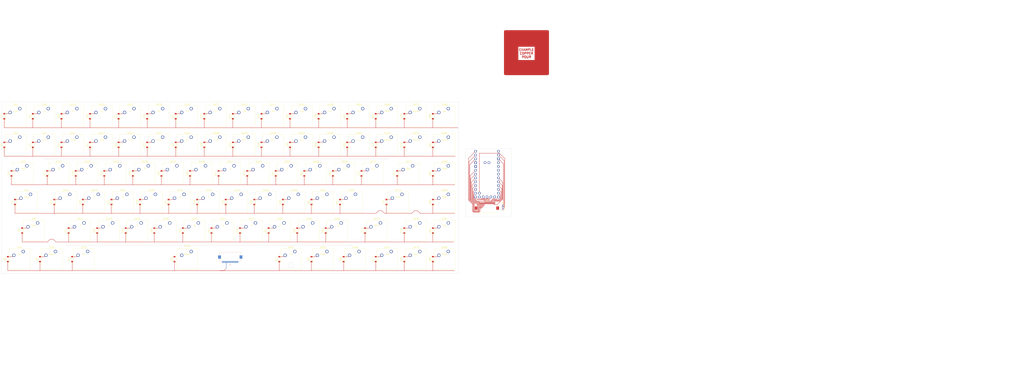
<source format=kicad_pcb>
(kicad_pcb (version 20211014) (generator pcbnew)
  (layers (0 "F.Cu" signal) (31 "B.Cu" signal) (34 "B.Paste" user) (35 "F.Paste" user) (36 "B.SilkS" user "B.Silkscreen") (37 "F.SilkS" user "F.Silkscreen") (38 "B.Mask" user) (39 "F.Mask" user) (44 "Edge.Cuts" user))
  (net 0 "")
  (net 1 "C13")
  (net 2 "Net-(SW4-Pad2)")
  (net 3 "C10")
  (net 4 "Net-(SW5-Pad2)")
  (net 5 "C12")
  (net 6 "Net-(SW7-Pad2)")
  (net 7 "C11")
  (net 8 "Net-(SW11-Pad2)")
  (net 9 "Net-(SW13-Pad2)")
  (net 10 "C2")
  (net 11 "Net-(SW15-Pad2)")
  (net 12 "C3")
  (net 13 "Net-(SW17-Pad2)")
  (net 14 "C4")
  (net 15 "Net-(SW22-Pad2)")
  (net 16 "C5")
  (net 17 "Net-(D23-Pad2)")
  (net 18 "C6")
  (net 19 "Net-(SW24-Pad2)")
  (net 20 "C7")
  (net 21 "Net-(SW25-Pad2)")
  (net 22 "C8")
  (net 23 "Net-(D26-Pad2)")
  (net 24 "C9")
  (net 25 "Net-(SW27-Pad2)")
  (net 26 "Net-(D28-Pad2)")
  (net 27 "Net-(SW32-Pad2)")
  (net 28 "Net-(D33-Pad2)")
  (net 29 "Net-(SW35-Pad2)")
  (net 30 "Net-(D36-Pad2)")
  (net 31 "Net-(SW38-Pad2)")
  (net 32 "C15")
  (net 33 "Net-(D39-Pad2)")
  (net 34 "C1")
  (net 35 "Net-(SW43-Pad2)")
  (net 36 "Net-(D44-Pad2)")
  (net 37 "R1")
  (net 38 "Net-(D1-Pad2)")
  (net 39 "R2")
  (net 40 "Net-(D2-Pad2)")
  (net 41 "R3")
  (net 42 "Net-(D3-Pad2)")
  (net 43 "R4")
  (net 44 "R6")
  (net 45 "Net-(D6-Pad2)")
  (net 46 "R5")
  (net 47 "Net-(D8-Pad2)")
  (net 48 "Net-(D9-Pad2)")
  (net 49 "Net-(D10-Pad2)")
  (net 50 "Net-(D12-Pad2)")
  (net 51 "Net-(D14-Pad2)")
  (net 52 "Net-(D16-Pad2)")
  (net 53 "Net-(D18-Pad2)")
  (net 54 "Net-(D19-Pad2)")
  (net 55 "Net-(D20-Pad2)")
  (net 56 "Net-(SW48-Pad2)")
  (net 57 "Net-(D49-Pad2)")
  (net 58 "Net-(SW51-Pad2)")
  (net 59 "Net-(D52-Pad2)")
  (net 60 "Net-(SW53-Pad2)")
  (net 61 "Net-(D29-Pad2)")
  (net 62 "Net-(D30-Pad2)")
  (net 63 "Net-(D31-Pad2)")
  (net 64 "Net-(D54-Pad2)")
  (net 65 "Net-(D34-Pad2)")
  (net 66 "Net-(SW56-Pad2)")
  (net 67 "Net-(D37-Pad2)")
  (net 68 "Net-(D57-Pad2)")
  (net 69 "Net-(D40-Pad2)")
  (net 70 "Net-(D41-Pad2)")
  (net 71 "Net-(D42-Pad2)")
  (net 72 "Net-(SW59-Pad2)")
  (net 73 "Net-(D45-Pad2)")
  (net 74 "Net-(D46-Pad2)")
  (net 75 "Net-(D47-Pad2)")
  (net 76 "Net-(D60-Pad2)")
  (net 77 "Net-(D50-Pad2)")
  (net 78 "Net-(SW61-Pad2)")
  (net 79 "Net-(SW62-Pad2)")
  (net 80 "Net-(D55-Pad2)")
  (net 81 "Net-(D63-Pad2)")
  (net 82 "Net-(D58-Pad2)")
  (net 83 "Net-(SW65-Pad2)")
  (net 84 "Net-(D66-Pad2)")
  (net 85 "Net-(SW67-Pad2)")
  (net 86 "Net-(D64-Pad2)")
  (net 87 "Net-(D68-Pad2)")
  (net 88 "Net-(SW77-Pad2)")
  (net 89 "Net-(D69-Pad2)")
  (net 90 "Net-(D70-Pad2)")
  (net 91 "Net-(D71-Pad2)")
  (net 92 "Net-(D72-Pad2)")
  (net 93 "Net-(D73-Pad2)")
  (net 94 "Net-(D74-Pad2)")
  (net 95 "Net-(D75-Pad2)")
  (net 96 "Net-(D76-Pad2)")
  (net 97 "Net-(D78-Pad2)")
  (net 98 "Net-(D79-Pad2)")
  (net 99 "Net-(D80-Pad2)")
  (net 100 "Net-(D81-Pad2)")
  (net 101 "Net-(D82-Pad2)")
  (net 102 "Net-(D83-Pad2)")
  (net 103 "Net-(D84-Pad2)")
  (net 104 "Net-(D85-Pad2)")
  (net 106 "C16")
  (net 107 "C14")
  (net 108 "GP1")
  (net 109 "GP2")
  (net 110 "GND{slash}RGB-GND")
  (net 111 "5V{slash}RGB-Power")
  (net 112 "GP25{slash}RGB")
  (net 113 "GP10")
  (net 114 "GP0")
  (net 117 "GP3")
  (net 118 "GP4")
  (net 119 "GP5")
  (net 120 "GP6")
  (net 121 "GP7")
  (net 122 "GP8")
  (net 123 "GP9")
  (net 124 "GP12")
  (net 125 "GP13")
  (net 126 "GP14")
  (net 127 "GP15")
  (net 128 "GP16")
  (net 129 "GP21")
  (net 130 "GP23")
  (net 131 "GP20")
  (net 132 "GP22")
  (net 133 "GP26")
  (net 134 "GP27")
  (net 135 "GP28")
  (net 136 "GP29")
  (net 138 "GP11")
  (net 139 "Net-(D21-Pad2)")
  (footprint "Button_Switch_Keyboard:SW_Cherry_MX_1.00u_PCB" (layer "F.Cu") (at 95.885 110.49)
    (fp_text reference "SW18")
    (fp_text value "CherryMX")
  )
  (footprint "Diode_SMD:D_SOD-123" (layer "F.Cu") (at 80.8083 153.67 90)
    (fp_text reference "D14")
    (fp_text value "D_Small")
  )
  (footprint "Diode_SMD:D_SOD-123" (layer "F.Cu") (at 166.5279 134.62 90)
    (fp_text reference "D40")
    (fp_text value "D_Small")
  )
  (footprint "Diode_SMD:D_SOD-123" (layer "F.Cu") (at 247.4799 77.47 90)
    (fp_text reference "D58")
    (fp_text value "D_Small")
  )
  (footprint "Diode_SMD:D_SOD-123" (layer "F.Cu") (at 285.5829 172.72 90)
    (fp_text reference "D74")
    (fp_text value "D_Small")
  )
  (footprint "Button_Switch_Keyboard:SW_Cherry_MX_1.00u_PCB" (layer "F.Cu") (at 86.36 91.44)
    (fp_text reference "SW11")
    (fp_text value "CherryMX")
  )
  (footprint "Button_Switch_Keyboard:SW_Cherry_MX_1.00u_PCB" (layer "F.Cu") (at 314.96 167.64)
    (fp_text reference "SW79")
    (fp_text value "CherryMX")
  )
  (footprint "Diode_SMD:D_SOD-123" (layer "F.Cu") (at 261.7719 134.62 90)
    (fp_text reference "D67")
    (fp_text value "D_Small")
  )
  (footprint "Button_Switch_Keyboard:SW_Cherry_MX_1.00u_PCB" (layer "F.Cu") (at 148.2725 148.59)
    (fp_text reference "SW30")
    (fp_text value "CherryMX")
  )
  (footprint "Button_Switch_Keyboard:SW_Cherry_MX_1.00u_PCB" (layer "F.Cu") (at 162.56 91.44)
    (fp_text reference "SW32")
    (fp_text value "CherryMX")
  )
  (footprint "Diode_SMD:D_SOD-123" (layer "F.Cu") (at 147.4791 134.62 90)
    (fp_text reference "D34")
    (fp_text value "D_Small")
  )
  (footprint "Diode_SMD:D_SOD-123" (layer "F.Cu") (at 190.3335 77.47 90)
    (fp_text reference "D42")
    (fp_text value "D_Small")
  )
  (footprint "Diode_SMD:D_SOD-123" (layer "F.Cu") (at 142.7169 115.57 90)
    (fp_text reference "D33")
    (fp_text value "D_Small")
  )
  (footprint "Button_Switch_Keyboard:SW_Cherry_MX_1.00u_PCB" (layer "F.Cu") (at 253.0475 167.64)
    (fp_text reference "SW63")
    (fp_text value "CherryMX")
  )
  (footprint "Diode_SMD:D_SOD-123" (layer "F.Cu") (at 49.854 153.67 90)
    (fp_text reference "D8")
    (fp_text value "D_Small")
  )
  (footprint "Button_Switch_Keyboard:SW_Cherry_MX_1.00u_PCB" (layer "F.Cu") (at 67.31 72.39)
    (fp_text reference "SW6")
    (fp_text value "CherryMX")
  )
  (footprint "Button_Switch_Keyboard:SW_Cherry_MX_1.00u_PCB" (layer "F.Cu") (at 114.935 110.49)
    (fp_text reference "SW23")
    (fp_text value "CherryMX")
  )
  (footprint "Diode_SMD:D_SOD-123" (layer "F.Cu") (at 114.1383 77.47 90)
    (fp_text reference "D21")
    (fp_text value "D_Small")
  )
  (footprint "Button_Switch_Keyboard:SW_Cherry_MX_1.00u_PCB" (layer "F.Cu") (at 267.335 110.49)
    (fp_text reference "SW66")
    (fp_text value "CherryMX")
  )
  (footprint "Diode_SMD:D_SOD-123" (layer "F.Cu") (at 266.5287 77.47 90)
    (fp_text reference "D64")
    (fp_text value "D_Small")
  )
  (footprint "Diode_SMD:D_SOD-123" (layer "F.Cu") (at 278.4396 153.67 90)
    (fp_text reference "D73")
    (fp_text value "D_Small")
  )
  (footprint "Button_Switch_Keyboard:SW_Cherry_MX_1.25u_PCB" (layer "F.Cu") (at 274.47875 167.64)
    (fp_text reference "SW68")
    (fp_text value "CherryMX")
  )
  (footprint "Diode_SMD:D_SOD-123" (layer "F.Cu") (at 299.8695 115.57 90)
    (fp_text reference "D77")
    (fp_text value "D_Small")
  )
  (footprint "Diode_SMD:D_SOD-123" (layer "F.Cu") (at 157.0035 153.67 90)
    (fp_text reference "D35")
    (fp_text value "D_Small")
  )
  (footprint "Button_Switch_Keyboard:SW_Cherry_MX_1.00u_PCB" (layer "F.Cu") (at 334.01 148.59)
    (fp_text reference "SW84")
    (fp_text value "CherryMX")
  )
  (footprint "Diode_SMD:D_SOD-123" (layer "F.Cu") (at 195.1011 153.67 90)
    (fp_text reference "D46")
    (fp_text value "D_Small")
  )
  (footprint "Diode_SMD:D_SOD-123" (layer "F.Cu") (at 42.7107 115.57 90)
    (fp_text reference "D3")
    (fp_text value "D_Small")
  )
  (footprint "Button_Switch_Keyboard:SW_Cherry_MX_1.00u_PCB" (layer "F.Cu") (at 286.385 110.49)
    (fp_text reference "SW71")
    (fp_text value "CherryMX")
  )
  (footprint "Button_Switch_Keyboard:SW_Cherry_MX_1.00u_PCB" (layer "F.Cu") (at 205.4225 148.59)
    (fp_text reference "SW46")
    (fp_text value "CherryMX")
  )
  (footprint "Button_Switch_Keyboard:SW_Cherry_MX_1.00u_PCB" (layer "F.Cu") (at 48.26 72.39)
    (fp_text reference "SW1")
    (fp_text value "CherryMX")
  )
  (footprint "Button_Switch_Keyboard:SW_Cherry_MX_1.75u_PCB" (layer "F.Cu") (at 288.76625 148.59)
    (fp_text reference "SW73")
    (fp_text value "CherryMX")
  )
  (footprint "CherryMX:CherryMX_6.00u" (layer "F.Cu") (at 160.02 172.72)
    (fp_text reference "SW36")
    (fp_text value "CherryMX")
  )
  (footprint "Diode_SMD:D_SOD-123" (layer "F.Cu") (at 90.3327 134.62 90)
    (fp_text reference "D19")
    (fp_text value "D_Small")
  )
  (footprint "Diode_SMD:D_SOD-123" (layer "F.Cu") (at 61.7595 172.72 90)
    (fp_text reference "D9")
    (fp_text value "D_Small")
  )
  (footprint "Diode_SMD:D_SOD-123" (layer "F.Cu") (at 323.6805 96.52 90)
    (fp_text reference "D81")
    (fp_text value "D_Small")
  )
  (footprint "Button_Switch_Keyboard:SW_Cherry_MX_1.00u_PCB" (layer "F.Cu") (at 233.9975 129.54)
    (fp_text reference "SW55")
    (fp_text value "CherryMX")
  )
  (footprint "Diode_SMD:D_SOD-123" (layer "F.Cu") (at 118.9059 153.67 90)
    (fp_text reference "D25")
    (fp_text value "D_Small")
  )
  (footprint "Button_Switch_Keyboard:SW_Cherry_MX_1.00u_PCB" (layer "F.Cu") (at 334.01 129.54)
    (fp_text reference "SW83")
    (fp_text value "CherryMX")
  )
  (footprint "Button_Switch_Keyboard:SW_Cherry_MX_1.00u_PCB" (layer "F.Cu") (at 334.01 91.44)
    (fp_text reference "SW81")
    (fp_text value "CherryMX")
  )
  (footprint "Button_Switch_Keyboard:SW_Cherry_MX_1.00u_PCB" (layer "F.Cu") (at 86.36 72.39)
    (fp_text reference "SW10")
    (fp_text value "CherryMX")
  )
  (footprint "Button_Switch_Keyboard:SW_Cherry_MX_1.00u_PCB" (layer "F.Cu") (at 238.76 91.44)
    (fp_text reference "SW53")
    (fp_text value "CherryMX")
  )
  (footprint "Button_Switch_Keyboard:SW_Cherry_MX_1.00u_PCB" (layer "F.Cu") (at 81.5975 129.54)
    (fp_text reference "SW13")
    (fp_text value "CherryMX")
  )
  (footprint "Button_Switch_Keyboard:SW_Cherry_MX_1.00u_PCB" (layer "F.Cu") (at 272.0975 129.54)
    (fp_text reference "SW67")
    (fp_text value "CherryMX")
  )
  (footprint "Button_Switch_Keyboard:SW_Cherry_MX_1.00u_PCB" (layer "F.Cu") (at 162.56 72.39)
    (fp_text reference "SW31")
    (fp_text value "CherryMX")
  )
  (footprint "Button_Switch_Keyboard:SW_Cherry_MX_1.00u_PCB" (layer "F.Cu") (at 253.0475 129.54)
    (fp_text reference "SW61")
    (fp_text value "CherryMX")
  )
  (footprint "Button_Switch_Keyboard:SW_Cherry_MX_1.00u_PCB" (layer "F.Cu") (at 124.46 72.39)
    (fp_text reference "SW21")
    (fp_text value "CherryMX")
  )
  (footprint "Button_Switch_Keyboard:SW_Cherry_MX_1.00u_PCB" (layer "F.Cu") (at 172.085 110.49)
    (fp_text reference "SW39")
    (fp_text value "CherryMX")
  )
  (footprint "Button_Switch_Keyboard:SW_Cherry_MX_1.00u_PCB" (layer "F.Cu") (at 181.61 72.39)
    (fp_text reference "SW37")
    (fp_text value "CherryMX")
  )
  (footprint "Diode_SMD:D_SOD-123" (layer "F.Cu") (at 285.5829 96.52 90)
    (fp_text reference "D70")
    (fp_text value "D_Small")
  )
  (footprint "Diode_SMD:D_SOD-123" (layer "F.Cu") (at 85.5705 115.57 90)
    (fp_text reference "D18")
    (fp_text value "D_Small")
  )
  (footprint "Button_Switch_Keyboard:SW_Cherry_MX_1.00u_PCB" (layer "F.Cu") (at 91.1225 148.59)
    (fp_text reference "SW14")
    (fp_text value "CherryMX")
  )
  (footprint "Button_Switch_Keyboard:SW_Cherry_MX_1.00u_PCB" (layer "F.Cu") (at 110.1725 148.59)
    (fp_text reference "SW20")
    (fp_text value "CherryMX")
  )
  (footprint "Diode_SMD:D_SOD-123" (layer "F.Cu") (at 76.0407 77.47 90)
    (fp_text reference "D10")
    (fp_text value "D_Small")
  )
  (footprint "Diode_SMD:D_SOD-123" (layer "F.Cu") (at 304.6317 172.72 90)
    (fp_text reference "D79")
    (fp_text value "D_Small")
  )
  (footprint "Button_Switch_Keyboard:SW_Cherry_MX_1.00u_PCB" (layer "F.Cu") (at 105.41 91.44)
    (fp_text reference "SW17")
    (fp_text value "CherryMX")
  )
  (footprint "Diode_SMD:D_SOD-123" (layer "F.Cu") (at 180.8145 115.57 90)
    (fp_text reference "D44")
    (fp_text value "D_Small")
  )
  (footprint "Diode_SMD:D_SOD-123" (layer "F.Cu") (at 228.4311 77.47 90)
    (fp_text reference "D52")
    (fp_text value "D_Small")
  )
  (footprint "Button_Switch_Keyboard:SW_Cherry_MX_2.25u_PCB" (layer "F.Cu") (at 60.16625 148.59)
    (fp_text reference "SW8")
    (fp_text value "CherryMX")
  )
  (footprint "Button_Switch_Keyboard:SW_Cherry_MX_1.75u_PCB" (layer "F.Cu") (at 55.40375 129.54)
    (fp_text reference "SW4")
    (fp_text value "CherryMX")
  )
  (footprint "Diode_SMD:D_SOD-123" (layer "F.Cu") (at 214.1499 153.67 90)
    (fp_text reference "D51")
    (fp_text value "D_Small")
  )
  (footprint "Diode_SMD:D_SOD-123" (layer "F.Cu") (at 223.6743 134.62 90)
    (fp_text reference "D55")
    (fp_text value "D_Small")
  )
  (footprint "Button_Switch_Keyboard:SW_Cherry_MX_1.00u_PCB" (layer "F.Cu") (at 314.96 72.39)
    (fp_text reference "SW75")
    (fp_text value "CherryMX")
  )
  (footprint "Button_Switch_Keyboard:SW_Cherry_MX_1.00u_PCB" (layer "F.Cu") (at 67.31 91.44)
    (fp_text reference "SW7")
    (fp_text value "CherryMX")
  )
  (footprint "Diode_SMD:D_SOD-123" (layer "F.Cu") (at 152.2413 96.52 90)
    (fp_text reference "D32")
    (fp_text value "D_Small")
  )
  (footprint "Diode_SMD:D_SOD-123" (layer "F.Cu") (at 304.6263 77.47 90)
    (fp_text reference "D75")
    (fp_text value "D_Small")
  )
  (footprint "Button_Switch_Keyboard:SW_Cherry_MX_1.00u_PCB" (layer "F.Cu") (at 295.91 91.44)
    (fp_text reference "SW70")
    (fp_text value "CherryMX")
  )
  (footprint "Button_Switch_Keyboard:SW_Cherry_MX_1.25u_PCB" (layer "F.Cu") (at 50.64125 167.64)
    (fp_text reference "SW5")
    (fp_text value "CherryMX")
  )
  (footprint "Button_Switch_Keyboard:SW_Cherry_MX_1.50u_PCB" (layer "F.Cu") (at 310.1975 110.49)
    (fp_text reference "SW77")
    (fp_text value "CherryMX")
  )
  (footprint "Button_Switch_Keyboard:SW_Cherry_MX_1.00u_PCB" (layer "F.Cu") (at 257.81 72.39)
    (fp_text reference "SW58")
    (fp_text value "CherryMX")
  )
  (footprint "Diode_SMD:D_SOD-123" (layer "F.Cu") (at 37.9431 77.47 90)
    (fp_text reference "D1")
    (fp_text value "D_Small")
  )
  (footprint "Button_Switch_Keyboard:SW_Cherry_MX_1.00u_PCB" (layer "F.Cu") (at 124.46 91.44)
    (fp_text reference "SW22")
    (fp_text value "CherryMX")
  )
  (footprint "Button_Switch_Keyboard:SW_Cherry_MX_1.00u_PCB" (layer "F.Cu") (at 181.61 91.44)
    (fp_text reference "SW38")
    (fp_text value "CherryMX")
  )
  (footprint "Diode_SMD:D_SOD-123" (layer "F.Cu") (at 199.8633 115.57 90)
    (fp_text reference "D49")
    (fp_text value "D_Small")
  )
  (footprint "Diode_SMD:D_SOD-123" (layer "F.Cu") (at 171.2847 77.47 90)
    (fp_text reference "D37")
    (fp_text value "D_Small")
  )
  (footprint "Diode_SMD:D_SOD-123" (layer "F.Cu") (at 218.9121 115.57 90)
    (fp_text reference "D54")
    (fp_text value "D_Small")
  )
  (footprint "Button_Switch_Keyboard:SW_Cherry_MX_1.00u_PCB" (layer "F.Cu") (at 195.8975 129.54)
    (fp_text reference "SW45")
    (fp_text value "CherryMX")
  )
  (footprint "Diode_SMD:D_SOD-123" (layer "F.Cu") (at 123.6681 115.57 90)
    (fp_text reference "D28")
    (fp_text value "D_Small")
  )
  (footprint "Diode_SMD:D_SOD-123" (layer "F.Cu") (at 209.3877 96.52 90)
    (fp_text reference "D48")
    (fp_text value "D_Small")
  )
  (footprint "Button_Switch_Keyboard:SW_Cherry_MX_1.00u_PCB" (layer "F.Cu") (at 334.01 110.49)
    (fp_text reference "SW82")
    (fp_text value "CherryMX")
  )
  (footprint "Diode_SMD:D_SOD-123" (layer "F.Cu") (at 152.2359 77.47 90)
    (fp_text reference "D31")
    (fp_text value "D_Small")
  )
  (footprint "Diode_SMD:D_SOD-123" (layer "F.Cu") (at 276.0585 115.57 90)
    (fp_text reference "D71")
    (fp_text value "D_Small")
  )
  (footprint "Connector_FFC-FPC:Hirose_FH12-22S-0.5SH_1x22-1MP_P0.50mm_Horizontal" (layer "F.Cu") (at 359.7159 137.284)
    (fp_text reference "J2")
    (fp_text value "Conn_01x22_Male")
  )
  (footprint "0xCB-HeliosFootprint:helios" (layer "F.Cu") (at 359.791 117.2972)
    (fp_text reference "J4")
    (fp_text value "helios")
  )
  (footprint "Diode_SMD:D_SOD-123" (layer "F.Cu") (at 323.6751 77.47 90)
    (fp_text reference "D80")
    (fp_text value "D_Small")
  )
  (footprint "Diode_SMD:D_SOD-123" (layer "F.Cu") (at 95.0949 96.52 90)
    (fp_text reference "D17")
    (fp_text value "D_Small")
  )
  (footprint "Diode_SMD:D_SOD-123" (layer "F.Cu") (at 95.0895 77.47 90)
    (fp_text reference "D16")
    (fp_text value "D_Small")
  )
  (footprint "Diode_SMD:D_SOD-123" (layer "F.Cu") (at 161.7657 115.57 90)
    (fp_text reference "D39")
    (fp_text value "D_Small")
  )
  (footprint "Button_Switch_Keyboard:SW_Cherry_MX_1.00u_PCB" (layer "F.Cu") (at 105.41 72.39)
    (fp_text reference "SW16")
    (fp_text value "CherryMX")
  )
  (footprint "Button_Switch_Keyboard:SW_Cherry_MX_1.00u_PCB" (layer "F.Cu") (at 100.6475 129.54)
    (fp_text reference "SW19")
    (fp_text value "CherryMX")
  )
  (footprint "Connector_PinSocket_1.27mm:PinSocket_1x03_P1.27mm_Vertical" (layer "F.Cu") (at 370.3589 137.03)
    (fp_text reference "J3")
    (fp_text value "Conn_01x03_Male")
  )
  (footprint "Button_Switch_Keyboard:SW_Cherry_MX_1.00u_PCB" (layer "F.Cu") (at 334.01 167.64)
    (fp_text reference "SW85")
    (fp_text value "CherryMX")
  )
  (footprint "Button_Switch_Keyboard:SW_Cherry_MX_1.00u_PCB" (layer "F.Cu") (at 276.86 72.39)
    (fp_text reference "SW64")
    (fp_text value "CherryMX")
  )
  (footprint "Button_Switch_Keyboard:SW_Cherry_MX_1.00u_PCB" (layer "F.Cu") (at 224.4725 148.59)
    (fp_text reference "SW51")
    (fp_text value "CherryMX")
  )
  (footprint "Diode_SMD:D_SOD-123" (layer "F.Cu") (at 185.5767 134.62 90)
    (fp_text reference "D45")
    (fp_text value "D_Small")
  )
  (footprint "Diode_SMD:D_SOD-123" (layer "F.Cu") (at 285.5775 77.47 90)
    (fp_text reference "D69")
    (fp_text value "D_Small")
  )
  (footprint "Button_Switch_Keyboard:SW_Cherry_MX_1.00u_PCB" (layer "F.Cu") (at 157.7975 129.54)
    (fp_text reference "SW34")
    (fp_text value "CherryMX")
  )
  (footprint "Button_Switch_Keyboard:SW_Cherry_MX_1.00u_PCB" (layer "F.Cu") (at 257.81 91.44)
    (fp_text reference "SW59")
    (fp_text value "CherryMX")
  )
  (footprint "Diode_SMD:D_SOD-123" (layer "F.Cu") (at 71.2839 134.62 90)
    (fp_text reference "D13")
    (fp_text value "D_Small")
  )
  (footprint "Diode_SMD:D_SOD-123" (layer "F.Cu") (at 76.0461 96.52 90)
    (fp_text reference "D11")
    (fp_text value "D_Small")
  )
  (footprint "Button_Switch_Keyboard:SW_Cherry_MX_1.00u_PCB" (layer "F.Cu") (at 214.9475 129.54)
    (fp_text reference "SW50")
    (fp_text value "CherryMX")
  )
  (footprint "Diode_SMD:D_SOD-123" (layer "F.Cu") (at 40.3296 172.72 90)
    (fp_text reference "D5")
    (fp_text value "D_Small")
  )
  (footprint "Button_Switch_Keyboard:SW_Cherry_MX_1.00u_PCB" (layer "F.Cu") (at 229.235 110.49)
    (fp_text reference "SW54")
    (fp_text value "CherryMX")
  )
  (footprint "Diode_SMD:D_SOD-123" (layer "F.Cu") (at 171.2901 96.52 90)
    (fp_text reference "D38")
    (fp_text value "D_Small")
  )
  (footprint "Button_Switch_Keyboard:SW_Cherry_MX_1.50u_PCB" (layer "F.Cu") (at 53.0225 110.49)
    (fp_text reference "SW3")
    (fp_text value "CherryMX")
  )
  (footprint "Diode_SMD:D_SOD-123" (layer "F.Cu") (at 204.6255 134.62 90)
    (fp_text reference "D50")
    (fp_text value "D_Small")
  )
  (footprint "Diode_SMD:D_SOD-123" (layer "F.Cu") (at 114.1437 96.52 90)
    (fp_text reference "D22")
    (fp_text value "D_Small")
  )
  (footprint "Button_Switch_Keyboard:SW_Cherry_MX_1.25u_PCB" (layer "F.Cu") (at 93.50375 167.64)
    (fp_text reference "SW15")
    (fp_text value "CherryMX")
  )
  (footprint "Diode_SMD:D_SOD-123" (layer "F.Cu") (at 99.8571 153.67 90)
    (fp_text reference "D20")
    (fp_text value "D_Small")
  )
  (footprint "Diode_SMD:D_SOD-123" (layer "F.Cu") (at 128.4303 134.62 90)
    (fp_text reference "D29")
    (fp_text value "D_Small")
  )
  (footprint "Button_Switch_Keyboard:SW_Cherry_MX_1.25u_PCB" (layer "F.Cu") (at 231.61625 167.64)
    (fp_text reference "SW57")
    (fp_text value "CherryMX")
  )
  (footprint "Button_Switch_Keyboard:SW_Cherry_MX_1.00u_PCB" (layer "F.Cu") (at 219.71 91.44)
    (fp_text reference "SW48")
    (fp_text value "CherryMX")
  )
  (footprint "Diode_SMD:D_SOD-123" (layer "F.Cu") (at 237.9609 115.57 90)
    (fp_text reference "D60")
    (fp_text value "D_Small")
  )
  (footprint "Button_Switch_Keyboard:SW_Cherry_MX_1.00u_PCB" (layer "F.Cu") (at 143.51 72.39)
    (fp_text reference "SW26")
    (fp_text value "CherryMX")
  )
  (footprint "Diode_SMD:D_SOD-123" (layer "F.Cu") (at 137.9547 153.67 90)
    (fp_text reference "D30")
    (fp_text value "D_Small")
  )
  (footprint "Button_Switch_Keyboard:SW_Cherry_MX_1.00u_PCB" (layer "F.Cu") (at 243.5225 148.59)
    (fp_text reference "SW56")
    (fp_text value "CherryMX")
  )
  (footprint "Button_Switch_Keyboard:SW_Cherry_MX_1.00u_PCB" (layer "F.Cu") (at 314.96 148.59)
    (fp_text reference "SW78")
    (fp_text value "CherryMX")
  )
  (footprint "Diode_SMD:D_SOD-123" (layer "F.Cu") (at 323.6805 115.57 90)
    (fp_text reference "D82")
    (fp_text value "D_Small")
  )
  (footprint "Diode_SMD:D_SOD-123" (layer "F.Cu") (at 37.9485 96.52 90)
    (fp_text reference "D2")
    (fp_text value "D_Small")
  )
  (footprint "Diode_SMD:D_SOD-123" (layer "F.Cu") (at 104.6193 115.57 90)
    (fp_text reference "D23")
    (fp_text value "D_Small")
  )
  (footprint "Diode_SMD:D_SOD-123" (layer "F.Cu") (at 133.1871 77.47 90)
    (fp_text reference "D26")
    (fp_text value "D_Small")
  )
  (footprint "Diode_SMD:D_SOD-123" (layer "F.Cu") (at 257.0097 115.57 90)
    (fp_text reference "D66")
    (fp_text value "D_Small")
  )
  (footprint "Button_Switch_Keyboard:SW_Cherry_MX_1.00u_PCB" (layer "F.Cu") (at 295.91 167.64)
    (fp_text reference "SW74")
    (fp_text value "CherryMX")
  )
  (footprint "Diode_SMD:D_SOD-123" (layer "F.Cu") (at 151.4476 172.72 90)
    (fp_text reference "D36")
    (fp_text value "D_Small")
  )
  (footprint "Button_Switch_Keyboard:SW_Cherry_MX_1.00u_PCB" (layer "F.Cu") (at 153.035 110.49)
    (fp_text reference "SW33")
    (fp_text value "CherryMX")
  )
  (footprint "Button_Switch_Keyboard:SW_Cherry_MX_1.00u_PCB" (layer "F.Cu") (at 76.835 110.49)
    (fp_text reference "SW12")
    (fp_text value "CherryMX")
  )
  (footprint "Diode_SMD:D_SOD-123" (layer "F.Cu") (at 228.4365 96.52 90)
    (fp_text reference "D53")
    (fp_text value "D_Small")
  )
  (footprint "Button_Switch_Keyboard:SW_Cherry_MX_1.00u_PCB" (layer "F.Cu") (at 129.2225 148.59)
    (fp_text reference "SW25")
    (fp_text value "CherryMX")
  )
  (footprint "Diode_SMD:D_SOD-123" (layer "F.Cu") (at 233.1987 153.67 90)
    (fp_text reference "D56")
    (fp_text value "D_Small")
  )
  (footprint "Diode_SMD:D_SOD-123" (layer "F.Cu") (at 252.2475 153.67 90)
    (fp_text reference "D62")
    (fp_text value "D_Small")
  )
  (footprint "Button_Switch_Keyboard:SW_Cherry_MX_1.00u_PCB" (layer "F.Cu") (at 295.91 72.39)
    (fp_text reference "SW69")
    (fp_text value "CherryMX")
  )
  (footprint "Diode_SMD:D_SOD-123" (layer "F.Cu") (at 323.6805 134.62 90)
    (fp_text reference "D83")
    (fp_text value "D_Small")
  )
  (footprint "Diode_SMD:D_SOD-123" (layer "F.Cu") (at 266.5341 96.52 90)
    (fp_text reference "D65")
    (fp_text value "D_Small")
  )
  (footprint "Button_Switch_Keyboard:SW_Cherry_MX_1.00u_PCB" (layer "F.Cu") (at 48.26 91.44)
    (fp_text reference "SW2")
    (fp_text value "CherryMX")
  )
  (footprint "Diode_SMD:D_SOD-123" (layer "F.Cu") (at 323.6805 153.67 90)
    (fp_text reference "D84")
    (fp_text value "D_Small")
  )
  (footprint "Button_Switch_Keyboard:SW_Cherry_MX_1.00u_PCB" (layer "F.Cu") (at 176.8475 129.54)
    (fp_text reference "SW40")
    (fp_text value "CherryMX")
  )
  (footprint "Button_Switch_Keyboard:SW_Cherry_MX_1.00u_PCB" (layer "F.Cu") (at 191.135 110.49)
    (fp_text reference "SW44")
    (fp_text value "CherryMX")
  )
  (footprint "Button_Switch_Keyboard:SW_Cherry_MX_2.25u_PCB" (layer "F.Cu") (at 303.05375 129.54)
    (fp_text reference "SW72")
    (fp_text value "CherryMX")
  )
  (footprint "Button_Switch_Keyboard:SW_Cherry_MX_1.00u_PCB" (layer "F.Cu") (at 314.96 91.44)
    (fp_text reference "SW76")
    (fp_text value "CherryMX")
  )
  (footprint "Diode_SMD:D_SOD-123" (layer "F.Cu") (at 247.4853 96.52 90)
    (fp_text reference "D59")
    (fp_text value "D_Small")
  )
  (footprint "Diode_SMD:D_SOD-123" (layer "F.Cu") (at 190.3389 96.52 90)
    (fp_text reference "D43")
    (fp_text value "D_Small")
  )
  (footprint "Button_Switch_Keyboard:SW_Cherry_MX_1.00u_PCB" (layer "F.Cu") (at 262.5725 148.59)
    (fp_text reference "SW62")
    (fp_text value "CherryMX")
  )
  (footprint "Button_Switch_Keyboard:SW_Cherry_MX_1.00u_PCB" (layer "F.Cu") (at 334.01 72.39)
    (fp_text reference "SW80")
    (fp_text value "CherryMX")
  )
  (footprint "Diode_SMD:D_SOD-123" (layer "F.Cu") (at 264.153 172.72 90)
    (fp_text reference "D68")
    (fp_text value "D_Small")
  )
  (footprint "Diode_SMD:D_SOD-123" (layer "F.Cu") (at 66.5217 115.57 90)
    (fp_text reference "D12")
    (fp_text value "D_Small")
  )
  (footprint "Diode_SMD:D_SOD-123" (layer "F.Cu") (at 56.9973 96.52 90)
    (fp_text reference "D7")
    (fp_text value "D_Small")
  )
  (footprint "Diode_SMD:D_SOD-123" (layer "F.Cu") (at 109.3815 134.62 90)
    (fp_text reference "D24")
    (fp_text value "D_Small")
  )
  (footprint "Diode_SMD:D_SOD-123" (layer "F.Cu") (at 176.0523 153.67 90)
    (fp_text reference "D41")
    (fp_text value "D_Small")
  )
  (footprint "Diode_SMD:D_SOD-123" (layer "F.Cu") (at 133.1925 96.52 90)
    (fp_text reference "D27")
    (fp_text value "D_Small")
  )
  (footprint "Button_Switch_Keyboard:SW_Cherry_MX_1.00u_PCB" (layer "F.Cu") (at 186.3725 148.59)
    (fp_text reference "SW41")
    (fp_text value "CherryMX")
  )
  (footprint "Button_Switch_Keyboard:SW_Cherry_MX_1.00u_PCB" (layer "F.Cu") (at 276.86 91.44)
    (fp_text reference "SW65")
    (fp_text value "CherryMX")
  )
  (footprint "Diode_SMD:D_SOD-123" (layer "F.Cu") (at 304.6317 96.52 90)
    (fp_text reference "D76")
    (fp_text value "D_Small")
  )
  (footprint "Button_Switch_Keyboard:SW_Cherry_MX_1.00u_PCB" (layer "F.Cu") (at 200.66 91.44)
    (fp_text reference "SW43")
    (fp_text value "CherryMX")
  )
  (footprint "Button_Switch_Keyboard:SW_Cherry_MX_1.00u_PCB" (layer "F.Cu") (at 248.285 110.49)
    (fp_text reference "SW60")
    (fp_text value "CherryMX")
  )
  (footprint "Button_Switch_Keyboard:SW_Cherry_MX_1.00u_PCB" (layer "F.Cu") (at 119.6975 129.54)
    (fp_text reference "SW24")
    (fp_text value "CherryMX")
  )
  (footprint "Diode_SMD:D_SOD-123" (layer "F.Cu") (at 304.6317 153.67 90)
    (fp_text reference "D78")
    (fp_text value "D_Small")
  )
  (footprint "Diode_SMD:D_SOD-123" (layer "F.Cu") (at 83.1894 172.72 90)
    (fp_text reference "D15")
    (fp_text value "D_Small")
  )
  (footprint "Button_Switch_Keyboard:SW_Cherry_MX_1.00u_PCB" (layer "F.Cu") (at 133.985 110.49)
    (fp_text reference "SW28")
    (fp_text value "CherryMX")
  )
  (footprint "Button_Switch_Keyboard:SW_Cherry_MX_1.00u_PCB" (layer "F.Cu") (at 210.185 110.49)
    (fp_text reference "SW49")
    (fp_text value "CherryMX")
  )
  (footprint "Button_Switch_Keyboard:SW_Cherry_MX_1.00u_PCB" (layer "F.Cu") (at 167.3225 148.59)
    (fp_text reference "SW35")
    (fp_text value "CherryMX")
  )
  (footprint "Diode_SMD:D_SOD-123" (layer "F.Cu") (at 242.7231 134.62 90)
    (fp_text reference "D61")
    (fp_text value "D_Small")
  )
  (footprint "Button_Switch_Keyboard:SW_Cherry_MX_1.00u_PCB" (layer "F.Cu") (at 138.7475 129.54)
    (fp_text reference "SW29")
    (fp_text value "CherryMX")
  )
  (footprint "Diode_SMD:D_SOD-123" (layer "F.Cu") (at 221.2932 172.72 90)
    (fp_text reference "D57")
    (fp_text value "D_Small")
  )
  (footprint "Diode_SMD:D_SOD-123" (layer "F.Cu") (at 323.6805 172.72 90)
    (fp_text reference "D85")
    (fp_text value "D_Small")
  )
  (footprint "Button_Switch_Keyboard:SW_Cherry_MX_1.00u_PCB" (layer "F.Cu") (at 238.76 72.39)
    (fp_text reference "SW52")
    (fp_text value "CherryMX")
  )
  (footprint "Diode_SMD:D_SOD-123" (layer "F.Cu") (at 45.0918 134.62 90)
    (fp_text reference "D4")
    (fp_text value "D_Small")
  )
  (footprint "Diode_SMD:D_SOD-123" (layer "F.Cu") (at 209.3823 77.47 90)
    (fp_text reference "D47")
    (fp_text value "D_Small")
  )
  (footprint "Button_Switch_Keyboard:SW_Cherry_MX_1.00u_PCB" (layer "F.Cu") (at 72.0725 167.64)
    (fp_text reference "SW9")
    (fp_text value "CherryMX")
  )
  (footprint "Diode_SMD:D_SOD-123" (layer "F.Cu") (at 242.7231 172.72 90)
    (fp_text reference "D63")
    (fp_text value "D_Small")
  )
  (footprint "Button_Switch_Keyboard:SW_Cherry_MX_1.00u_PCB" (layer "F.Cu") (at 200.66 72.39)
    (fp_text reference "SW42")
    (fp_text value "CherryMX")
  )
  (footprint "Diode_SMD:D_SOD-123" (layer "F.Cu") (at 56.9919 77.47 90)
    (fp_text reference "D6")
    (fp_text value "D_Small")
  )
  (footprint "Diode_SMD:D_SOD-123" (layer "F.Cu") (at 292.7262 134.62 90)
    (fp_text reference "D72")
    (fp_text value "D_Small")
  )
  (footprint "Button_Switch_Keyboard:SW_Cherry_MX_1.00u_PCB" (layer "F.Cu") (at 219.71 72.39)
    (fp_text reference "SW47")
    (fp_text value "CherryMX")
  )
  (footprint "Button_Switch_Keyboard:SW_Cherry_MX_1.00u_PCB" (layer "F.Cu") (at 143.51 91.44)
    (fp_text reference "SW27")
    (fp_text value "CherryMX")
  )
  (footprint "Connector_FFC-FPC:Hirose_FH12-22S-0.5SH_1x22-1MP_P0.50mm_Horizontal" (layer "B.Cu") (at 188.595 172.7352)
    (fp_text reference "J1")
    (fp_text value "Conn_01x22_Female")
  )
  (gr_line (start 269.0575 163.695) (end 79.5575 163.695) (layer "Edge.Cuts") (width 0.1))
  (gr_rect (start 345.6686 99.1616) (end 375.8438 144.6022) (layer "Edge.Cuts") (width 0.1) (fill none))
  (gr_line (start 79.5575 162.695) (end 269.0575 162.695) (layer "Edge.Cuts") (width 0.1))
  (gr_arc (start 79.5575 163.695) (mid 79.0575 163.195) (end 79.5575 162.695) (layer "Edge.Cuts") (width 0.1))
  (gr_arc (start 292.87 105.545) (mid 293.37 106.045) (end 292.87 106.545) (layer "Edge.Cuts") (width 0.1))
  (gr_line (start 292.87 106.545) (end 65.2192 106.545) (layer "Edge.Cuts") (width 0.1))
  (gr_arc (start 269.0575 162.695) (mid 269.5575 163.195) (end 269.0575 163.695) (layer "Edge.Cuts") (width 0.1))
  (gr_rect (start 36.2038 67.9519) (end 340.9838 182.2419) (layer "Edge.Cuts") (width 0.1) (fill none))
  (gr_rect (start 227.47625 175.22) (end 230.67625 178.02) (layer "Edge.Cuts") (width 0.1) (fill none))
  (gr_line (start 65.2192 105.545) (end 292.87 105.545) (layer "Edge.Cuts") (width 0.1))
  (gr_arc (start 65.2192 106.545) (mid 64.7192 106.045) (end 65.2192 105.545) (layer "Edge.Cuts") (width 0.1))
  (gr_line (start 229.07625 175.22) (end 229.07625 172.72) (layer "Edge.Cuts") (width 0.1))
  (gr_text "EXAMPLE\nCOPPER\nPOUR" (at 386.08 35.56) (layer "F.Cu") (effects (font (size 1.5 1.5) (thickness 0.3))))
  (gr_text "Up" (at 312.4112 150.3611) (layer "F.SilkS") (effects (font (size 1 1))))
  (gr_text ";/:" (at 250.4352 131.3111) (layer "F.SilkS") (effects (font (size 1 1))))
  (gr_text "Super" (at 250.4352 169.4111) (layer "F.SilkS") (effects (font (size 1 1))))
  (gr_text "Shift" (at 57.6492 150.3611) (layer "F.SilkS") (effects (font (size 1 1))))
  (gr_text "V" (at 145.7872 150.3611) (layer "F.SilkS") (effects (font (size 1 1))))
  (gr_text "P" (at 245.8632 112.2611) (layer "F.SilkS") (effects (font (size 1 1))))
  (gr_text "Ctrl" (at 47.9972 169.4111) (layer "F.SilkS") (effects (font (size 1 1))))
  (gr_text "Pause" (at 312.4112 74.1611) (layer "F.SilkS") (effects (font (size 1 1))))
  (gr_text "6/^" (at 160.0112 93.2111) (layer "F.SilkS") (effects (font (size 1 1))))
  (gr_text "PgUp" (at 331.4612 112.2611) (layer "F.SilkS") (effects (font (size 1 1))))
  (gr_text "F1" (at 64.7612 74.1611) (layer "F.SilkS") (effects (font (size 1 1))))
  (gr_text "F12" (at 274.3112 74.1611) (layer "F.SilkS") (effects (font (size 1 1))))
  (gr_text "M" (at 202.9372 150.3611) (layer "F.SilkS") (effects (font (size 1 1))))
  (gr_text "-/_" (at 255.2612 93.2111) (layer "F.SilkS") (effects (font (size 1 1))))
  (gr_text "K" (at 212.3352 131.3111) (layer "F.SilkS") (effects (font (size 1 1))))
  (gr_text "3/#" (at 102.8612 93.2111) (layer "F.SilkS") (effects (font (size 1 1))))
  (gr_text "T" (at 150.6132 112.2611) (layer "F.SilkS") (effects (font (size 1 1))))
  (gr_text "C" (at 126.7372 150.3611) (layer "F.SilkS") (effects (font (size 1 1))))
  (gr_text "E" (at 112.5132 112.2611) (layer "F.SilkS") (effects (font (size 1 1))))
  (gr_text "End" (at 331.4612 150.3611) (layer "F.SilkS") (effects (font (size 1 1))))
  (gr_text "F8" (at 198.1112 74.1611) (layer "F.SilkS") (effects (font (size 1 1))))
  (gr_text "Home" (at 331.4612 93.2111) (layer "F.SilkS") (effects (font (size 1 1))))
  (gr_text "A" (at 78.9852 131.3111) (layer "F.SilkS") (effects (font (size 1 1))))
  (gr_text "Alt" (at 229.0992 169.4111) (layer "F.SilkS") (effects (font (size 1 1))))
  (gr_text "G" (at 155.1852 131.3111) (layer "F.SilkS") (effects (font (size 1 1))))
  (gr_text "Space" (at 160.0112 169.4111) (layer "F.SilkS") (effects (font (size 1 1))))
  (gr_text "I" (at 207.7632 112.2611) (layer "F.SilkS") (effects (font (size 1 1))))
  (gr_text "0/)" (at 236.2112 93.2111) (layer "F.SilkS") (effects (font (size 1 1))))
  (gr_text "F4" (at 121.9112 74.1611) (layer "F.SilkS") (effects (font (size 1 1))))
  (gr_text "Q" (at 74.4132 112.2611) (layer "F.SilkS") (effects (font (size 1 1))))
  (gr_text "F5" (at 140.9612 74.1611) (layer "F.SilkS") (effects (font (size 1 1))))
  (gr_text "N" (at 183.8872 150.3611) (layer "F.SilkS") (effects (font (size 1 1))))
  (gr_text "=/+" (at 274.3112 93.2111) (layer "F.SilkS") (effects (font (size 1 1))))
  (gr_text "S" (at 98.0352 131.3111) (layer "F.SilkS") (effects (font (size 1 1))))
  (gr_text "5/%" (at 140.9612 93.2111) (layer "F.SilkS") (effects (font (size 1 1))))
  (gr_text "F6" (at 160.0112 74.1611) (layer "F.SilkS") (effects (font (size 1 1))))
  (gr_text "]/}" (at 283.9632 112.2611) (layer "F.SilkS") (effects (font (size 1 1))))
  (gr_text "9/(" (at 217.1612 93.2111) (layer "F.SilkS") (effects (font (size 1 1))))
  (gr_text ",/<" (at 221.9872 150.3611) (layer "F.SilkS") (effects (font (size 1 1))))
  (gr_text "Y" (at 169.6632 112.2611) (layer "F.SilkS") (effects (font (size 1 1))))
  (gr_text "1/!" (at 64.7612 93.2111) (layer "F.SilkS") (effects (font (size 1 1))))
  (gr_text "./>" (at 241.0372 150.3611) (layer "F.SilkS") (effects (font (size 1 1))))
  (gr_text "F2" (at 83.8112 74.1611) (layer "F.SilkS") (effects (font (size 1 1))))
  (gr_text "F" (at 136.1352 131.3111) (layer "F.SilkS") (effects (font (size 1 1))))
  (gr_text "4/$" (at 121.9112 93.2111) (layer "F.SilkS") (effects (font (size 1 1))))
  (gr_text "7/&" (at 179.0612 93.2111) (layer "F.SilkS") (effects (font (size 1 1))))
  (gr_text "Left" (at 293.3612 169.4111) (layer "F.SilkS") (effects (font (size 1 1))))
  (gr_text "Super" (at 69.5872 169.4111) (layer "F.SilkS") (effects (font (size 1 1))))
  (gr_text "D" (at 117.0852 131.3111) (layer "F.SilkS") (effects (font (size 1 1))))
  (gr_text "F3" (at 102.8612 74.1611) (layer "F.SilkS") (effects (font (size 1 1))))
  (gr_text "PgDn" (at 331.4612 131.3111) (layer "F.SilkS") (effects (font (size 1 1))))
  (gr_text "PrtSc" (at 293.3612 74.1611) (layer "F.SilkS") (effects (font (size 1 1))))
  (gr_text "Enter" (at 300.4732 131.3111) (layer "F.SilkS") (effects (font (size 1 1))))
  (gr_text "X" (at 107.6872 150.3611) (layer "F.SilkS") (effects (font (size 1 1))))
  (gr_text "//?" (at 260.0872 150.3611) (layer "F.SilkS") (effects (font (size 1 1))))
  (gr_text "Right" (at 331.4612 169.4111) (layer "F.SilkS") (effects (font (size 1 1))))
  (gr_text "W" (at 93.4632 112.2611) (layer "F.SilkS") (effects (font (size 1 1))))
  (gr_text "O" (at 226.8132 112.2611) (layer "F.SilkS") (effects (font (size 1 1))))
  (gr_text "Alt" (at 90.9232 169.4111) (layer "F.SilkS") (effects (font (size 1 1))))
  (gr_text "[/{" (at 264.9132 112.2611) (layer "F.SilkS") (effects (font (size 1 1))))
  (gr_text "F10" (at 236.2112 74.1611) (layer "F.SilkS") (effects (font (size 1 1))))
  (gr_text "F9" (at 217.1612 74.1611) (layer "F.SilkS") (effects (font (size 1 1))))
  (gr_text "Fn" (at 271.7712 169.4111) (layer "F.SilkS") (effects (font (size 1 1))))
  (gr_text "Shift" (at 286.2492 150.3611) (layer "F.SilkS") (effects (font (size 1 1))))
  (gr_text "F7" (at 179.0612 74.1611) (layer "F.SilkS") (effects (font (size 1 1))))
  (gr_text "Macro" (at 293.3612 93.2111) (layer "F.SilkS") (effects (font (size 1 1))))
  (gr_text "Z" (at 88.6372 150.3611) (layer "F.SilkS") (effects (font (size 1 1))))
  (gr_text "Macro" (at 312.4112 93.2111) (layer "F.SilkS") (effects (font (size 1 1))))
  (gr_text "Esc" (at 45.7112 74.1611) (layer "F.SilkS") (effects (font (size 1 1))))
  (gr_text "Back" (at 307.5852 112.2611) (layer "F.SilkS") (effects (font (size 1 1))))
  (gr_text "Down" (at 312.4112 169.4111) (layer "F.SilkS") (effects (font (size 1 1))))
  (gr_text "F11" (at 255.2612 74.1611) (layer "F.SilkS") (effects (font (size 1 1))))
  (gr_text "L" (at 231.3852 131.3111) (layer "F.SilkS") (effects (font (size 1 1))))
  (gr_text "B" (at 164.8372 150.3611) (layer "F.SilkS") (effects (font (size 1 1))))
  (gr_text "Caps" (at 52.8232 131.3111) (layer "F.SilkS") (effects (font (size 1 1))))
  (gr_text "Tab" (at 50.5372 112.2611) (layer "F.SilkS") (effects (font (size 1 1))))
  (gr_text "8/*" (at 198.1112 93.2111) (layer "F.SilkS") (effects (font (size 1 1))))
  (gr_text "'/{dblquote}" (at 269.4852 131.3111) (layer "F.SilkS") (effects (font (size 1 1))))
  (gr_text "`/~" (at 45.7112 93.2111) (layer "F.SilkS") (effects (font (size 1 1))))
  (gr_text "Del" (at 331.4612 74.1611) (layer "F.SilkS") (effects (font (size 1 1))))
  (gr_text "J" (at 193.2852 131.3111) (layer "F.SilkS") (effects (font (size 1 1))))
  (gr_text "R" (at 131.5632 112.2611) (layer "F.SilkS") (effects (font (size 1 1))))
  (gr_text "U" (at 188.7132 112.2611) (layer "F.SilkS") (effects (font (size 1 1))))
  (gr_text "H" (at 174.2352 131.3111) (layer "F.SilkS") (effects (font (size 1 1))))
  (gr_text "2/@" (at 83.8112 93.2111) (layer "F.SilkS") (effects (font (size 1 1))))
  (segment (start 48.16375 132.97) (end 49.05375 132.08) (width 0.2) (layer "F.Cu") (net 2))
  (segment (start 45.0918 132.97) (end 48.16375 132.97) (width 0.2) (layer "F.Cu") (net 2))
  (segment (start 40.3296 171.07) (end 43.40125 171.07) (width 0.2) (layer "F.Cu") (net 4))
  (segment (start 43.40125 171.07) (end 44.29125 170.18) (width 0.2) (layer "F.Cu") (net 4))
  (segment (start 56.9973 94.87) (end 60.07 94.87) (width 0.2) (layer "F.Cu") (net 6))
  (segment (start 60.07 94.87) (end 60.96 93.98) (width 0.2) (layer "F.Cu") (net 6))
  (segment (start 79.12 94.87) (end 80.01 93.98) (width 0.2) (layer "F.Cu") (net 8))
  (segment (start 76.0461 94.87) (end 79.12 94.87) (width 0.2) (layer "F.Cu") (net 8))
  (segment (start 71.2839 132.97) (end 74.3575 132.97) (width 0.2) (layer "F.Cu") (net 9))
  (segment (start 74.3575 132.97) (end 75.2475 132.08) (width 0.2) (layer "F.Cu") (net 9))
  (segment (start 83.1894 171.07) (end 86.26375 171.07) (width 0.2) (layer "F.Cu") (net 11))
  (segment (start 86.26375 171.07) (end 87.15375 170.18) (width 0.2) (layer "F.Cu") (net 11))
  (segment (start 98.17 94.87) (end 99.06 93.98) (width 0.2) (layer "F.Cu") (net 13))
  (segment (start 95.0949 94.87) (end 98.17 94.87) (width 0.2) (layer "F.Cu") (net 13))
  (segment (start 117.22 94.87) (end 118.11 93.98) (width 0.2) (layer "F.Cu") (net 15))
  (segment (start 114.1437 94.87) (end 117.22 94.87) (width 0.2) (layer "F.Cu") (net 15))
  (segment (start 107.695 113.92) (end 108.585 113.03) (width 0.2) (layer "F.Cu") (net 17))
  (segment (start 104.6193 113.92) (end 107.695 113.92) (width 0.2) (layer "F.Cu") (net 17))
  (segment (start 112.4575 132.97) (end 113.3475 132.08) (width 0.2) (layer "F.Cu") (net 19))
  (segment (start 109.3815 132.97) (end 112.4575 132.97) (width 0.2) (layer "F.Cu") (net 19))
  (segment (start 121.9825 152.02) (end 122.8725 151.13) (width 0.2) (layer "F.Cu") (net 21))
  (segment (start 118.9059 152.02) (end 121.9825 152.02) (width 0.2) (layer "F.Cu") (net 21))
  (segment (start 133.1871 75.82) (end 136.27 75.82) (width 0.2) (layer "F.Cu") (net 23))
  (segment (start 136.27 75.82) (end 137.16 74.93) (width 0.2) (layer "F.Cu") (net 23))
  (segment (start 133.1925 94.87) (end 136.27 94.87) (width 0.2) (layer "F.Cu") (net 25))
  (segment (start 136.27 94.87) (end 137.16 93.98) (width 0.2) (layer "F.Cu") (net 25))
  (segment (start 126.745 113.92) (end 127.635 113.03) (width 0.2) (layer "F.Cu") (net 26))
  (segment (start 123.6681 113.92) (end 126.745 113.92) (width 0.2) (layer "F.Cu") (net 26))
  (segment (start 155.32 94.87) (end 156.21 93.98) (width 0.2) (layer "F.Cu") (net 27))
  (segment (start 152.2413 94.87) (end 155.32 94.87) (width 0.2) (layer "F.Cu") (net 27))
  (segment (start 145.795 113.92) (end 146.685 113.03) (width 0.2) (layer "F.Cu") (net 28))
  (segment (start 142.7169 113.92) (end 145.795 113.92) (width 0.2) (layer "F.Cu") (net 28))
  (segment (start 157.0035 152.02) (end 160.0825 152.02) (width 0.2) (layer "F.Cu") (net 29))
  (segment (start 160.0825 152.02) (end 160.9725 151.13) (width 0.2) (layer "F.Cu") (net 29))
  (segment (start 171.2901 94.87) (end 174.37 94.87) (width 0.2) (layer "F.Cu") (net 31))
  (segment (start 174.37 94.87) (end 175.26 93.98) (width 0.2) (layer "F.Cu") (net 31))
  (segment (start 164.845 113.92) (end 165.735 113.03) (width 0.2) (layer "F.Cu") (net 33))
  (segment (start 161.7657 113.92) (end 164.845 113.92) (width 0.2) (layer "F.Cu") (net 33))
  (segment (start 193.42 94.87) (end 194.31 93.98) (width 0.2) (layer "F.Cu") (net 35))
  (segment (start 190.3389 94.87) (end 193.42 94.87) (width 0.2) (layer "F.Cu") (net 35))
  (segment (start 183.895 113.92) (end 184.785 113.03) (width 0.2) (layer "F.Cu") (net 36))
  (segment (start 180.8145 113.92) (end 183.895 113.92) (width 0.2) (layer "F.Cu") (net 36))
  (segment (start 152.2359 79.12) (end 152.2359 85.0783) (width 0.2) (layer "F.Cu") (net 37))
  (segment (start 171.2847 85.0771) (end 171.2976 85.09) (width 0.2) (layer "F.Cu") (net 37))
  (segment (start 56.9919 85.0703) (end 56.9722 85.09) (width 0.2) (layer "F.Cu") (net 37))
  (segment (start 247.4799 85.0823) (end 247.4722 85.09) (width 0.2) (layer "F.Cu") (net 37))
  (segment (start 247.4722 85.09) (end 266.5476 85.09) (width 0.2) (layer "F.Cu") (net 37))
  (segment (start 133.1871 85.0795) (end 133.1976 85.09) (width 0.2) (layer "F.Cu") (net 37))
  (segment (start 76.0407 79.12) (end 76.0407 85.0461) (width 0.2) (layer "F.Cu") (net 37))
  (segment (start 95.0895 85.0565) (end 95.123 85.09) (width 0.2) (layer "F.Cu") (net 37))
  (segment (start 171.2976 85.09) (end 190.3222 85.09) (width 0.2) (layer "F.Cu") (net 37))
  (segment (start 266.5287 79.12) (end 266.5287 85.0711) (width 0.2) (layer "F.Cu") (net 37))
  (segment (start 114.1383 85.0807) (end 114.1476 85.09) (width 0.2) (layer "F.Cu") (net 37))
  (segment (start 56.9919 79.12) (end 56.9919 85.0703) (width 0.2) (layer "F.Cu") (net 37))
  (segment (start 190.3335 85.0787) (end 190.3222 85.09) (width 0.2) (layer "F.Cu") (net 37))
  (segment (start 76.0407 85.0461) (end 75.9968 85.09) (width 0.2) (layer "F.Cu") (net 37))
  (segment (start 209.3722 85.09) (end 228.4222 85.09) (width 0.2) (layer "F.Cu") (net 37))
  (segment (start 323.6751 85.0871) (end 323.6722 85.09) (width 0.2) (layer "F.Cu") (net 37))
  (segment (start 304.6263 85.0605) (end 304.5968 85.09) (width 0.2) (layer "F.Cu") (net 37))
  (segment (start 266.5476 85.09) (end 285.5722 85.09) (width 0.2) (layer "F.Cu") (net 37))
  (segment (start 152.2359 85.0783) (end 152.2476 85.09) (width 0.2) (layer "F.Cu") (net 37))
  (segment (start 37.9431 79.12) (end 37.9431 85.09) (width 0.2) (layer "F.Cu") (net 37))
  (segment (start 285.5722 85.09) (end 304.5968 85.09) (width 0.2) (layer "F.Cu") (net 37))
  (segment (start 304.5968 85.09) (end 323.6722 85.09) (width 0.2) (layer "F.Cu") (net 37))
  (segment (start 247.4799 79.12) (end 247.4799 85.0823) (width 0.2) (layer "F.Cu") (net 37))
  (segment (start 114.1383 79.12) (end 114.1383 85.0807) (width 0.2) (layer "F.Cu") (net 37))
  (segment (start 37.9431 85.09) (end 56.9722 85.09) (width 0.2) (layer "F.Cu") (net 37))
  (segment (start 285.5775 79.12) (end 285.5775 85.0847) (width 0.2) (layer "F.Cu") (net 37))
  (segment (start 133.1871 79.12) (end 133.1871 85.0795) (width 0.2) (layer "F.Cu") (net 37))
  (segment (start 304.6263 79.12) (end 304.6263 85.0605) (width 0.2) (layer "F.Cu") (net 37))
  (segment (start 323.6722 85.09) (end 340.3838 85.09) (width 0.2) (layer "F.Cu") (net 37))
  (segment (start 209.3823 85.0799) (end 209.3722 85.09) (width 0.2) (layer "F.Cu") (net 37))
  (segment (start 114.1476 85.09) (end 133.1976 85.09) (width 0.2) (layer "F.Cu") (net 37))
  (segment (start 266.5287 85.0711) (end 266.5476 85.09) (width 0.2) (layer "F.Cu") (net 37))
  (segment (start 228.4311 85.0811) (end 228.4222 85.09) (width 0.2) (layer "F.Cu") (net 37))
  (segment (start 228.4311 79.12) (end 228.4311 85.0811) (width 0.2) (layer "F.Cu") (net 37))
  (segment (start 75.9968 85.09) (end 95.123 85.09) (width 0.2) (layer "F.Cu") (net 37))
  (segment (start 285.5775 85.0847) (end 285.5722 85.09) (width 0.2) (layer "F.Cu") (net 37))
  (segment (start 133.1976 85.09) (end 152.2476 85.09) (width 0.2) (layer "F.Cu") (net 37))
  (segment (start 190.3222 85.09) (end 209.3722 85.09) (width 0.2) (layer "F.Cu") (net 37))
  (segment (start 209.3823 79.12) (end 209.3823 85.0799) (width 0.2) (layer "F.Cu") (net 37))
  (segment (start 95.0895 79.12) (end 95.0895 85.0565) (width 0.2) (layer "F.Cu") (net 37))
  (segment (start 56.9722 85.09) (end 75.9968 85.09) (width 0.2) (layer "F.Cu") (net 37))
  (segment (start 323.6751 79.12) (end 323.6751 85.0871) (width 0.2) (layer "F.Cu") (net 37))
  (segment (start 95.123 85.09) (end 114.1476 85.09) (width 0.2) (layer "F.Cu") (net 37))
  (segment (start 190.3335 79.12) (end 190.3335 85.0787) (width 0.2) (layer "F.Cu") (net 37))
  (segment (start 152.2476 85.09) (end 171.2976 85.09) (width 0.2) (layer "F.Cu") (net 37))
  (segment (start 228.4222 85.09) (end 247.4722 85.09) (width 0.2) (layer "F.Cu") (net 37))
  (segment (start 171.2847 79.12) (end 171.2847 85.0771) (width 0.2) (layer "F.Cu") (net 37))
  (segment (start 41.02 75.82) (end 41.91 74.93) (width 0.2) (layer "F.Cu") (net 38))
  (segment (start 37.9431 75.82) (end 41.02 75.82) (width 0.2) (layer "F.Cu") (net 38))
  (segment (start 247.4853 104.1269) (end 247.4722 104.14) (width 0.2) (layer "F.Cu") (net 39))
  (segment (start 304.6476 104.14) (end 323.6976 104.14) (width 0.2) (layer "F.Cu") (net 39))
  (segment (start 209.3877 98.17) (end 209.3877 104.1301) (width 0.2) (layer "F.Cu") (net 39))
  (segment (start 228.4365 104.1289) (end 228.4476 104.14) (width 0.2) (layer "F.Cu") (net 39))
  (segment (start 152.2413 104.1337) (end 152.2476 104.14) (width 0.2) (layer "F.Cu") (net 39))
  (segment (start 114.1222 104.14) (end 133.223 104.14) (width 0.2) (layer "F.Cu") (net 39))
  (segment (start 56.9973 104.1143) (end 57.023 104.14) (width 0.2) (layer "F.Cu") (net 39))
  (segment (start 76.0461 98.17) (end 76.0461 104.1161) (width 0.2) (layer "F.Cu") (net 39))
  (segment (start 266.5476 104.14) (end 285.5722 104.14) (width 0.2) (layer "F.Cu") (net 39))
  (segment (start 209.3877 104.1301) (end 209.3976 104.14) (width 0.2) (layer "F.Cu") (net 39))
  (segment (start 285.5829 104.1293) (end 285.5722 104.14) (width 0.2) (layer "F.Cu") (net 39))
  (segment (start 37.9485 104.14) (end 57.023 104.14) (width 0.2) (layer "F.Cu") (net 39))
  (segment (start 228.4476 104.14) (end 247.4722 104.14) (width 0.2) (layer "F.Cu") (net 39))
  (segment (start 285.5829 98.17) (end 285.5829 104.1293) (width 0.2) (layer "F.Cu") (net 39))
  (segment (start 171.2976 104.14) (end 190.3476 104.14) (width 0.2) (layer "F.Cu") (net 39))
  (segment (start 76.0461 104.1161) (end 76.0222 104.14) (width 0.2) (layer "F.Cu") (net 39))
  (segment (start 133.223 104.14) (end 152.2476 104.14) (width 0.2) (layer "F.Cu") (net 39))
  (segment (start 190.3476 104.14) (end 209.3976 104.14) (width 0.2) (layer "F.Cu") (net 39))
  (segment (start 76.0222 104.14) (end 95.0976 104.14) (width 0.2) (layer "F.Cu") (net 39))
  (segment (start 323.6976 104.14) (end 338.582 104.14) (width 0.2) (layer "F.Cu") (net 39))
  (segment (start 247.4853 98.17) (end 247.4853 104.1269) (width 0.2) (layer "F.Cu") (net 39))
  (segment (start 285.5722 104.14) (end 304.6476 104.14) (width 0.2) (layer "F.Cu") (net 39))
  (segment (start 133.1925 98.17) (end 133.1925 104.1095) (width 0.2) (layer "F.Cu") (net 39))
  (segment (start 37.9485 98.17) (end 37.9485 104.14) (width 0.2) (layer "F.Cu") (net 39))
  (segment (start 209.3976 104.14) (end 228.4476 104.14) (width 0.2) (layer "F.Cu") (net 39))
  (segment (start 266.5341 104.1265) (end 266.5476 104.14) (width 0.2) (layer "F.Cu") (net 39))
  (segment (start 266.5341 98.17) (end 266.5341 104.1265) (width 0.2) (layer "F.Cu") (net 39))
  (segment (start 304.6317 104.1241) (end 304.6476 104.14) (width 0.2) (layer "F.Cu") (net 39))
  (segment (start 57.023 104.14) (end 76.0222 104.14) (width 0.2) (layer "F.Cu") (net 39))
  (segment (start 171.2901 104.1325) (end 171.2976 104.14) (width 0.2) (layer "F.Cu") (net 39))
  (segment (start 133.1925 104.1095) (end 133.223 104.14) (width 0.2) (layer "F.Cu") (net 39))
  (segment (start 56.9973 98.17) (end 56.9973 104.1143) (width 0.2) (layer "F.Cu") (net 39))
  (segment (start 95.0949 104.1373) (end 95.0976 104.14) (width 0.2) (layer "F.Cu") (net 39))
  (segment (start 95.0949 98.17) (end 95.0949 104.1373) (width 0.2) (layer "F.Cu") (net 39))
  (segment (start 171.2901 98.17) (end 171.2901 104.1325) (width 0.2) (layer "F.Cu") (net 39))
  (segment (start 323.6805 98.17) (end 323.6805 104.1229) (width 0.2) (layer "F.Cu") (net 39))
  (segment (start 114.1437 98.17) (end 114.1437 104.1185) (width 0.2) (layer "F.Cu") (net 39))
  (segment (start 228.4365 98.17) (end 228.4365 104.1289) (width 0.2) (layer "F.Cu") (net 39))
  (segment (start 190.3389 104.1313) (end 190.3476 104.14) (width 0.2) (layer "F.Cu") (net 39))
  (segment (start 304.6317 98.17) (end 304.6317 104.1241) (width 0.2) (layer "F.Cu") (net 39))
  (segment (start 95.0976 104.14) (end 114.1222 104.14) (width 0.2) (layer "F.Cu") (net 39))
  (segment (start 152.2413 98.17) (end 152.2413 104.1337) (width 0.2) (layer "F.Cu") (net 39))
  (segment (start 323.6805 104.1229) (end 323.6976 104.14) (width 0.2) (layer "F.Cu") (net 39))
  (segment (start 152.2476 104.14) (end 171.2976 104.14) (width 0.2) (layer "F.Cu") (net 39))
  (segment (start 114.1437 104.1185) (end 114.1222 104.14) (width 0.2) (layer "F.Cu") (net 39))
  (segment (start 190.3389 98.17) (end 190.3389 104.1313) (width 0.2) (layer "F.Cu") (net 39))
  (segment (start 247.4722 104.14) (end 266.5476 104.14) (width 0.2) (layer "F.Cu") (net 39))
  (segment (start 37.9485 94.87) (end 41.02 94.87) (width 0.2) (layer "F.Cu") (net 40))
  (segment (start 41.02 94.87) (end 41.91 93.98) (width 0.2) (layer "F.Cu") (net 40))
  (segment (start 161.8234 123.19) (end 180.7972 123.19) (width 0.2) (layer "F.Cu") (net 41))
  (segment (start 161.7657 123.1323) (end 161.8234 123.19) (width 0.2) (layer "F.Cu") (net 41))
  (segment (start 257.0097 123.1775) (end 256.9972 123.19) (width 0.2) (layer "F.Cu") (net 41))
  (segment (start 257.0097 117.22) (end 257.0097 123.1775) (width 0.2) (layer "F.Cu") (net 41))
  (segment (start 237.9726 123.19) (end 256.9972 123.19) (width 0.2) (layer "F.Cu") (net 41))
  (segment (start 104.6193 117.22) (end 104.6193 123.1679) (width 0.2) (layer "F.Cu") (net 41))
  (segment (start 180.8145 123.1727) (end 180.7972 123.19) (width 0.2) (layer "F.Cu") (net 41))
  (segment (start 123.6472 123.19) (end 142.748 123.19) (width 0.2) (layer "F.Cu") (net 41))
  (segment (start 276.0585 117.22) (end 276.0585 123.1505) (width 0.2) (layer "F.Cu") (net 41))
  (segment (start 104.5972 123.19) (end 123.6472 123.19) (width 0.2) (layer "F.Cu") (net 41))
  (segment (start 323.6805 117.22) (end 323.6805 123.1729) (width 0.2) (layer "F.Cu") (net 41))
  (segment (start 299.8724 123.19) (end 323.6976 123.19) (width 0.2) (layer "F.Cu") (net 41))
  (segment (start 142.7169 117.22) (end 142.7169 123.1589) (width 0.2) (layer "F.Cu") (net 41))
  (segment (start 123.6681 117.22) (end 123.6681 123.1691) (width 0.2) (layer "F.Cu") (net 41))
  (segment (start 218.8972 123.19) (end 237.9726 123.19) (width 0.2) (layer "F.Cu") (net 41))
  (segment (start 123.6681 123.1691) (end 123.6472 123.19) (width 0.2) (layer "F.Cu") (net 41))
  (segment (start 42.7107 123.19) (end 66.5226 123.19) (width 0.2) (layer "F.Cu") (net 41))
  (segment (start 218.9121 123.1751) (end 218.8972 123.19) (width 0.2) (layer "F.Cu") (net 41))
  (segment (start 142.7169 123.1589) (end 142.748 123.19) (width 0.2) (layer "F.Cu") (net 41))
  (segment (start 66.5217 123.1891) (end 66.5226 123.19) (width 0.2) (layer "F.Cu") (net 41))
  (segment (start 323.6805 123.1729) (end 323.6976 123.19) (width 0.2) (layer "F.Cu") (net 41))
  (segment (start 180.7972 123.19) (end 199.8726 123.19) (width 0.2) (layer "F.Cu") (net 41))
  (segment (start 85.5705 123.1371) (end 85.6234 123.19) (width 0.2) (layer "F.Cu") (net 41))
  (segment (start 323.6976 123.19) (end 338.328 123.19) (width 0.2) (layer "F.Cu") (net 41))
  (segment (start 85.6234 123.19) (end 104.5972 123.19) (width 0.2) (layer "F.Cu") (net 41))
  (segment (start 299.8695 117.22) (end 299.8695 123.1871) (width 0.2) (layer "F.Cu") (net 41))
  (segment (start 199.8633 123.1807) (end 199.8726 123.19) (width 0.2) (layer "F.Cu") (net 41))
  (segment (start 237.9609 123.1783) (end 237.9726 123.19) (width 0.2) (layer "F.Cu") (net 41))
  (segment (start 66.5226 123.19) (end 85.6234 123.19) (width 0.2) (layer "F.Cu") (net 41))
  (segment (start 237.9609 117.22) (end 237.9609 123.1783) (width 0.2) (layer "F.Cu") (net 41))
  (segment (start 66.5217 117.22) (end 66.5217 123.1891) (width 0.2) (layer "F.Cu") (net 41))
  (segment (start 199.8633 117.22) (end 199.8633 123.1807) (width 0.2) (layer "F.Cu") (net 41))
  (segment (start 180.8145 117.22) (end 180.8145 123.1727) (width 0.2) (layer "F.Cu") (net 41))
  (segment (start 85.5705 117.22) (end 85.5705 123.1371) (width 0.2) (layer "F.Cu") (net 41))
  (segment (start 256.9972 123.19) (end 276.098 123.19) (width 0.2) (layer "F.Cu") (net 41))
  (segment (start 276.098 123.19) (end 299.8724 123.19) (width 0.2) (layer "F.Cu") (net 41))
  (segment (start 142.748 123.19) (end 161.8234 123.19) (width 0.2) (layer "F.Cu") (net 41))
  (segment (start 42.7107 117.22) (end 42.7107 123.19) (width 0.2) (layer "F.Cu") (net 41))
  (segment (start 199.8726 123.19) (end 218.8972 123.19) (width 0.2) (layer "F.Cu") (net 41))
  (segment (start 161.7657 117.22) (end 161.7657 123.1323) (width 0.2) (layer "F.Cu") (net 41))
  (segment (start 276.0585 123.1505) (end 276.098 123.19) (width 0.2) (layer "F.Cu") (net 41))
  (segment (start 104.6193 123.1679) (end 104.5972 123.19) (width 0.2) (layer "F.Cu") (net 41))
  (segment (start 218.9121 117.22) (end 218.9121 123.1751) (width 0.2) (layer "F.Cu") (net 41))
  (segment (start 299.8695 123.1871) (end 299.8724 123.19) (width 0.2) (layer "F.Cu") (net 41))
  (segment (start 42.7107 113.92) (end 45.7825 113.92) (width 0.2) (layer "F.Cu") (net 42))
  (segment (start 45.7825 113.92) (end 46.6725 113.03) (width 0.2) (layer "F.Cu") (net 42))
  (segment (start 45.0918 136.27) (end 45.0918 142.24) (width 0.2) (layer "F.Cu") (net 43))
  (segment (start 147.4791 136.27) (end 147.4791 142.1901) (width 0.2) (layer "F.Cu") (net 43))
  (segment (start 71.2839 136.27) (end 71.2839 142.2111) (width 0.2) (layer "F.Cu") (net 43))
  (segment (start 166.5279 136.27) (end 166.5279 142.2041) (width 0.2) (layer "F.Cu") (net 43))
  (segment (start 261.7719 142.1889) (end 261.823 142.24) (width 0.2) (layer "F.Cu") (net 43))
  (segment (start 242.731 142.24) (end 261.823 142.24) (width 0.2) (layer "F.Cu") (net 43))
  (segment (start 242.7231 136.27) (end 242.7231 142.2321) (width 0.2) (layer "F.Cu") (net 43))
  (segment (start 311.398926 140.409999) (end 313.428574 140.409999) (width 0.2) (layer "F.Cu") (net 43))
  (segment (start 223.6743 136.27) (end 223.6743 142.1813) (width 0.2) (layer "F.Cu") (net 43))
  (segment (start 313.428574 140.409999) (end 314.220288 141.201713) (width 0.2) (layer "F.Cu") (net 43))
  (segment (start 109.3815 142.1825) (end 109.439 142.24) (width 0.2) (layer "F.Cu") (net 43))
  (segment (start 109.439 142.24) (end 128.402 142.24) (width 0.2) (layer "F.Cu") (net 43))
  (segment (start 292.7262 136.27) (end 292.7262 142.2182) (width 0.2) (layer "F.Cu") (net 43))
  (segment (start 223.6743 142.1813) (end 223.733 142.24) (width 0.2) (layer "F.Cu") (net 43))
  (segment (start 204.6255 136.27) (end 204.6255 142.2245) (width 0.2) (layer "F.Cu") (net 43))
  (segment (start 291.458575 142.24) (end 292.748 142.24) (width 0.2) (layer "F.Cu") (net 43))
  (segment (start 166.492 142.24) (end 185.549 142.24) (width 0.2) (layer "F.Cu") (net 43))
  (segment (start 286.775463 141.233462) (end 287.598926 140.409999) (width 0.2) (layer "F.Cu") (net 43))
  (segment (start 310.740463 141.068462) (end 311.398926 140.409999) (width 0.2) (layer "F.Cu") (net 43))
  (segment (start 204.641 142.24) (end 223.733 142.24) (width 0.2) (layer "F.Cu") (net 43))
  (segment (start 261.823 142.24) (end 285.768925 142.24) (width 0.2) (layer "F.Cu") (net 43))
  (segment (start 128.402 142.24) (end 147.529 142.24) (width 0.2) (layer "F.Cu") (net 43))
  (segment (start 71.628 142.24) (end 90.347 142.24) (width 0.2) (layer "F.Cu") (net 43))
  (segment (start 314.220288 141.201713) (end 315.258575 142.24) (width 0.2) (layer "F.Cu") (net 43))
  (segment (start 185.5767 142.2123) (end 185.549 142.24) (width 0.2) (layer "F.Cu") (net 43))
  (segment (start 109.3815 136.27) (end 109.3815 142.1825) (width 0.2) (layer "F.Cu") (net 43))
  (segment (start 90.347 142.24) (end 109.439 142.24) (width 0.2) (layer "F.Cu") (net 43))
  (segment (start 323.708 142.24) (end 338.328 142.24) (width 0.2) (layer "F.Cu") (net 43))
  (segment (start 147.529 142.24) (end 166.492 142.24) (width 0.2) (layer "F.Cu") (net 43))
  (segment (start 71.255 142.24) (end 71.628 142.24) (width 0.2) (layer "F.Cu") (net 43))
  (segment (start 204.6255 142.2245) (end 204.641 142.24) (width 0.2) (layer "F.Cu") (net 43))
  (segment (start 128.4303 136.27) (end 128.4303 142.2117) (width 0.2) (layer "F.Cu") (net 43))
  (segment (start 242.7231 142.2321) (end 242.731 142.24) (width 0.2) (layer "F.Cu") (net 43))
  (segment (start 185.5767 136.27) (end 185.5767 142.2123) (width 0.2) (layer "F.Cu") (net 43))
  (segment (start 147.4791 142.1901) (end 147.529 142.24) (width 0.2) (layer "F.Cu") (net 43))
  (segment (start 292.748 142.24) (end 306.324 142.24) (width 0.2) (layer "F.Cu") (net 43))
  (segment (start 90.3327 142.2257) (end 90.347 142.24) (width 0.2) (layer "F.Cu") (net 43))
  (segment (start 323.6805 142.2125) (end 323.708 142.24) (width 0.2) (layer "F.Cu") (net 43))
  (segment (start 292.7262 142.2182) (end 292.748 142.24) (width 0.2) (layer "F.Cu") (net 43))
  (segment (start 45.0918 142.24) (end 71.628 142.24) (width 0.2) (layer "F.Cu") (net 43))
  (segment (start 185.549 142.24) (end 204.641 142.24) (width 0.2) (layer "F.Cu") (net 43))
  (segment (start 223.733 142.24) (end 242.731 142.24) (width 0.2) (layer "F.Cu") (net 43))
  (segment (start 315.258575 142.24) (end 323.708 142.24) (width 0.2) (layer "F.Cu") (net 43))
  (segment (start 323.6805 136.27) (end 323.6805 142.2125) (width 0.2) (layer "F.Cu") (net 43))
  (segment (start 128.4303 142.2117) (end 128.402 142.24) (width 0.2) (layer "F.Cu") (net 43))
  (segment (start 166.5279 142.2041) (end 166.492 142.24) (width 0.2) (layer "F.Cu") (net 43))
  (segment (start 289.628574 140.409999) (end 290.255288 141.036713) (width 0.2) (layer "F.Cu") (net 43))
  (segment (start 285.768925 142.24) (end 286.775463 141.233462) (width 0.2) (layer "F.Cu") (net 43))
  (segment (start 261.7719 136.27) (end 261.7719 142.1889) (width 0.2) (layer "F.Cu") (net 43))
  (segment (start 90.3327 136.27) (end 90.3327 142.2257) (width 0.2) (layer "F.Cu") (net 43))
  (segment (start 309.568925 142.24) (end 310.740463 141.068462) (width 0.2) (layer "F.Cu") (net 43))
  (segment (start 287.598926 140.409999) (end 289.628574 140.409999) (width 0.2) (layer "F.Cu") (net 43))
  (segment (start 306.324 142.24) (end 309.568925 142.24) (width 0.2) (layer "F.Cu") (net 43))
  (segment (start 290.255288 141.036713) (end 291.458575 142.24) (width 0.2) (layer "F.Cu") (net 43))
  (segment (start 71.2839 142.2111) (end 71.255 142.24) (width 0.2) (layer "F.Cu") (net 43))
  (segment (start 264.153 180.303) (end 264.19 180.34) (width 0.2) (layer "F.Cu") (net 44))
  (segment (start 181.7116 180.34) (end 184.531 180.34) (width 0.2) (layer "F.Cu") (net 44))
  (segment (start 304.7 180.34) (end 304.571 180.34) (width 0.2) (layer "F.Cu") (net 44))
  (segment (start 264.153 174.37) (end 264.153 180.303) (width 0.2) (layer "F.Cu") (net 44))
  (segment (start 285.5829 180.3189) (end 285.604 180.34) (width 0.2) (layer "F.Cu") (net 44))
  (segment (start 242.776 180.34) (end 221.362 180.34) (width 0.2) (layer "F.Cu") (net 44))
  (segment (start 151.448 180.34) (end 83.203 180.34) (width 0.2) (layer "F.Cu") (net 44))
  (segment (start 151.4476 180.3396) (end 151.448 180.34) (width 0.2) (layer "F.Cu") (net 44))
  (segment (start 151.4476 174.37) (end 151.4476 180.3396) (width 0.2) (layer "F.Cu") (net 44))
  (segment (start 221.362 180.34) (end 181.7116 180.34) (width 0.2) (layer "F.Cu") (net 44))
  (segment (start 40.3296 180.34) (end 40.3296 174.37) (width 0.2) (layer "F.Cu") (net 44))
  (segment (start 285.604 180.34) (end 264.19 180.34) (width 0.2) (layer "F.Cu") (net 44))
  (segment (start 83.1894 180.3264) (end 83.203 180.34) (width 0.2) (layer "F.Cu") (net 44))
  (segment (start 221.2932 180.2712) (end 221.362 180.34) (width 0.2) (layer "F.Cu") (net 44))
  (segment (start 323.6805 180.3225) (end 323.663 180.34) (width 0.2) (layer "F.Cu") (net 44))
  (segment (start 242.7231 174.37) (end 242.7231 180.2871) (width 0.2) (layer "F.Cu") (net 44))
  (segment (start 304.571 180.34) (end 285.604 180.34) (width 0.2) (layer "F.Cu") (net 44))
  (segment (start 264.19 180.34) (end 242.776 180.34) (width 0.2) (layer "F.Cu") (net 44))
  (segment (start 61.7595 174.37) (end 61.7595 180.3105) (width 0.2) (layer "F.Cu") (net 44))
  (segment (start 285.5829 174.37) (end 285.5829 180.3189) (width 0.2) (layer "F.Cu") (net 44))
  (segment (start 323.663 180.34) (end 304.7 180.34) (width 0.2) (layer "F.Cu") (net 44))
  (segment (start 61.7595 180.3105) (end 61.789 180.34) (width 0.2) (layer "F.Cu") (net 44))
  (segment (start 323.6805 174.37) (end 323.6805 180.3225) (width 0.2) (layer "F.Cu") (net 44))
  (segment (start 323.85 180.34) (end 338.074 180.34) (width 0.2) (layer "F.Cu") (net 44))
  (segment (start 221.2932 174.37) (end 221.2932 180.2712) (width 0.2) (layer "F.Cu") (net 44))
  (segment (start 242.7231 180.2871) (end 242.776 180.34) (width 0.2) (layer "F.Cu") (net 44))
  (segment (start 323.85 180.34) (end 323.663 180.34) (width 0.2) (layer "F.Cu") (net 44))
  (segment (start 83.1894 174.37) (end 83.1894 180.3264) (width 0.2) (layer "F.Cu") (net 44))
  (segment (start 181.7116 180.34) (end 151.448 180.34) (width 0.2) (layer "F.Cu") (net 44))
  (segment (start 184.531 180.34) (end 185.8518 179.0192) (width 0.2) (layer "F.Cu") (net 44))
  (segment (start 304.6317 180.2793) (end 304.571 180.34) (width 0.2) (layer "F.Cu") (net 44))
  (segment (start 61.789 180.34) (end 40.3296 180.34) (width 0.2) (layer "F.Cu") (net 44))
  (segment (start 83.203 180.34) (end 61.789 180.34) (width 0.2) (layer "F.Cu") (net 44))
  (segment (start 304.6317 174.37) (end 304.6317 180.2793) (width 0.2) (layer "F.Cu") (net 44))
  (via (at 185.8518 179.0192) (size 0.6) (drill 1) (layers "F.Cu" "B.Cu") (net 44))
  (segment (start 185.8518 179.0192) (end 185.845 179.0124) (width 0.2) (layer "B.Cu") (net 44))
  (segment (start 185.845 179.0124) (end 185.845 174.5852) (width 0.2) (layer "B.Cu") (net 44))
  (segment (start 56.9919 75.82) (end 60.07 75.82) (width 0.2) (layer "F.Cu") (net 45))
  (segment (start 60.07 75.82) (end 60.96 74.93) (width 0.2) (layer "F.Cu") (net 45))
  (segment (start 68.511426 159.459999) (end 70.541074 159.459999) (width 0.2) (layer "F.Cu") (net 46))
  (segment (start 72.371075 161.29) (end 80.843 161.29) (width 0.2) (layer "F.Cu") (net 46))
  (segment (start 157.0035 161.2605) (end 157.033 161.29) (width 0.2) (layer "F.Cu") (net 46))
  (segment (start 118.9059 155.32) (end 118.9059 161.2821) (width 0.2) (layer "F.Cu") (net 46))
  (segment (start 214.18 161.29) (end 233.192 161.29) (width 0.2) (layer "F.Cu") (net 46))
  (segment (start 157.0035 155.32) (end 157.0035 161.2605) (width 0.2) (layer "F.Cu") (net 46))
  (segment (start 252.235 161.29) (end 278.422 161.29) (width 0.2) (layer "F.Cu") (net 46))
  (segment (start 137.9547 155.32) (end 137.9547 161.2547) (width 0.2) (layer "F.Cu") (net 46))
  (segment (start 80.8083 161.2553) (end 80.843 161.29) (width 0.2) (layer "F.Cu") (net 46))
  (segment (start 278.4396 155.32) (end 278.4396 161.2724) (width 0.2) (layer "F.Cu") (net 46))
  (segment (start 176.045 161.29) (end 195.088 161.29) (width 0.2) (layer "F.Cu") (net 46))
  (segment (start 118.898 161.29) (end 137.99 161.29) (width 0.2) (layer "F.Cu") (net 46))
  (segment (start 195.1011 161.2769) (end 195.088 161.29) (width 0.2) (layer "F.Cu") (net 46))
  (segment (start 278.4396 161.2724) (end 278.422 161.29) (width 0.2) (layer "F.Cu") (net 46))
  (segment (start 233.192 161.29) (end 252.235 161.29) (width 0.2) (layer "F.Cu") (net 46))
  (segment (start 176.0523 155.32) (end 176.0523 161.2827) (width 0.2) (layer "F.Cu") (net 46))
  (segment (start 99.8571 161.2611) (end 99.886 161.29) (width 0.2) (layer "F.Cu") (net 46))
  (segment (start 99.886 161.29) (end 118.898 161.29) (width 0.2) (layer "F.Cu") (net 46))
  (segment (start 214.1499 155.32) (end 214.1499 161.2599) (width 0.2) (layer "F.Cu") (net 46))
  (segment (start 233.1987 161.2833) (end 233.192 161.29) (width 0.2) (layer "F.Cu") (net 46))
  (segment (start 80.843 161.29) (end 91.186 161.29) (width 0.2) (layer "F.Cu") (net 46))
  (segment (start 137.9547 161.2547) (end 137.99 161.29) (width 0.2) (layer "F.Cu") (net 46))
  (segment (start 304.609 161.29) (end 323.701 161.29) (width 0.2) (layer "F.Cu") (net 46))
  (segment (start 157.033 161.29) (end 176.045 161.29) (width 0.2) (layer "F.Cu") (net 46))
  (segment (start 80.8083 155.32) (end 80.8083 161.2553) (width 0.2) (layer "F.Cu") (net 46))
  (segment (start 233.1987 155.32) (end 233.1987 161.2833) (width 0.2) (layer "F.Cu") (net 46))
  (segment (start 323.6805 161.2695) (end 323.701 161.29) (width 0.2) (layer "F.Cu") (net 46))
  (segment (start 176.0523 161.2827) (end 176.045 161.29) (width 0.2) (layer "F.Cu") (net 46))
  (segment (start 99.8571 155.32) (end 99.8571 161.2611) (width 0.2) (layer "F.Cu") (net 46))
  (segment (start 66.681425 161.29) (end 68.511426 159.459999) (width 0.2) (layer "F.Cu") (net 46))
  (segment (start 323.6805 155.32) (end 323.6805 161.2695) (width 0.2) (layer "F.Cu") (net 46))
  (segment (start 304.6317 155.32) (end 304.6317 161.2673) (width 0.2) (layer "F.Cu") (net 46))
  (segment (start 323.701 161.29) (end 337.566 161.29) (width 0.2) (layer "F.Cu") (net 46))
  (segment (start 49.854 155.32) (end 49.854 161.29) (width 0.2) (layer "F.Cu") (net 46))
  (segment (start 252.2475 161.2775) (end 252.235 161.29) (width 0.2) (layer "F.Cu") (net 46))
  (segment (start 195.088 161.29) (end 214.18 161.29) (width 0.2) (layer "F.Cu") (net 46))
  (segment (start 70.541074 159.459999) (end 72.371075 161.29) (width 0.2) (layer "F.Cu") (net 46))
  (segment (start 304.6317 161.2673) (end 304.609 161.29) (width 0.2) (layer "F.Cu") (net 46))
  (segment (start 137.99 161.29) (end 157.033 161.29) (width 0.2) (layer "F.Cu") (net 46))
  (segment (start 49.854 161.29) (end 66.681425 161.29) (width 0.2) (layer "F.Cu") (net 46))
  (segment (start 252.2475 155.32) (end 252.2475 161.2775) (width 0.2) (layer "F.Cu") (net 46))
  (segment (start 91.186 161.29) (end 99.886 161.29) (width 0.2) (layer "F.Cu") (net 46))
  (segment (start 278.422 161.29) (end 304.609 161.29) (width 0.2) (layer "F.Cu") (net 46))
  (segment (start 195.1011 155.32) (end 195.1011 161.2769) (width 0.2) (layer "F.Cu") (net 46))
  (segment (start 118.9059 161.2821) (end 118.898 161.29) (width 0.2) (layer "F.Cu") (net 46))
  (segment (start 214.1499 161.2599) (end 214.18 161.29) (width 0.2) (layer "F.Cu") (net 46))
  (segment (start 49.854 152.02) (end 52.92625 152.02) (width 0.2) (layer "F.Cu") (net 47))
  (segment (start 52.92625 152.02) (end 53.81625 151.13) (width 0.2) (layer "F.Cu") (net 47))
  (segment (start 61.7595 171.07) (end 64.8325 171.07) (width 0.2) (layer "F.Cu") (net 48))
  (segment (start 64.8325 171.07) (end 65.7225 170.18) (width 0.2) (layer "F.Cu") (net 48))
  (segment (start 76.0407 75.82) (end 79.12 75.82) (width 0.2) (layer "F.Cu") (net 49))
  (segment (start 79.12 75.82) (end 80.01 74.93) (width 0.2) (layer "F.Cu") (net 49))
  (segment (start 66.5217 113.92) (end 69.595 113.92) (width 0.2) (layer "F.Cu") (net 50))
  (segment (start 69.595 113.92) (end 70.485 113.03) (width 0.2) (layer "F.Cu") (net 50))
  (segment (start 83.8825 152.02) (end 84.7725 151.13) (width 0.2) (layer "F.Cu") (net 51))
  (segment (start 80.8083 152.02) (end 83.8825 152.02) (width 0.2) (layer "F.Cu") (net 51))
  (segment (start 95.0895 75.82) (end 98.17 75.82) (width 0.2) (layer "F.Cu") (net 52))
  (segment (start 98.17 75.82) (end 99.06 74.93) (width 0.2) (layer "F.Cu") (net 52))
  (segment (start 88.645 113.92) (end 89.535 113.03) (width 0.2) (layer "F.Cu") (net 53))
  (segment (start 85.5705 113.92) (end 88.645 113.92) (width 0.2) (layer "F.Cu") (net 53))
  (segment (start 93.4075 132.97) (end 94.2975 132.08) (width 0.2) (layer "F.Cu") (net 54))
  (segment (start 90.3327 132.97) (end 93.4075 132.97) (width 0.2) (layer "F.Cu") (net 54))
  (segment (start 102.9325 152.02) (end 103.8225 151.13) (width 0.2) (layer "F.Cu") (net 55))
  (segment (start 99.8571 152.02) (end 102.9325 152.02) (width 0.2) (layer "F.Cu") (net 55))
  (segment (start 209.3877 94.87) (end 212.47 94.87) (width 0.2) (layer "F.Cu") (net 56))
  (segment (start 212.47 94.87) (end 213.36 93.98) (width 0.2) (layer "F.Cu") (net 56))
  (segment (start 199.8633 113.92) (end 202.945 113.92) (width 0.2) (layer "F.Cu") (net 57))
  (segment (start 202.945 113.92) (end 203.835 113.03) (width 0.2) (layer "F.Cu") (net 57))
  (segment (start 217.2325 152.02) (end 218.1225 151.13) (width 0.2) (layer "F.Cu") (net 58))
  (segment (start 214.1499 152.02) (end 217.2325 152.02) (width 0.2) (layer "F.Cu") (net 58))
  (segment (start 228.4311 75.82) (end 231.52 75.82) (width 0.2) (layer "F.Cu") (net 59))
  (segment (start 231.52 75.82) (end 232.41 74.93) (width 0.2) (layer "F.Cu") (net 59))
  (segment (start 231.52 94.87) (end 232.41 93.98) (width 0.2) (layer "F.Cu") (net 60))
  (segment (start 228.4365 94.87) (end 231.52 94.87) (width 0.2) (layer "F.Cu") (net 60))
  (segment (start 128.4303 132.97) (end 131.5075 132.97) (width 0.2) (layer "F.Cu") (net 61))
  (segment (start 131.5075 132.97) (end 132.3975 132.08) (width 0.2) (layer "F.Cu") (net 61))
  (segment (start 141.0325 152.02) (end 141.9225 151.13) (width 0.2) (layer "F.Cu") (net 62))
  (segment (start 137.9547 152.02) (end 141.0325 152.02) (width 0.2) (layer "F.Cu") (net 62))
  (segment (start 155.32 75.82) (end 156.21 74.93) (width 0.2) (layer "F.Cu") (net 63))
  (segment (start 152.2359 75.82) (end 155.32 75.82) (width 0.2) (layer "F.Cu") (net 63))
  (segment (start 218.9121 113.92) (end 221.995 113.92) (width 0.2) (layer "F.Cu") (net 64))
  (segment (start 221.995 113.92) (end 222.885 113.03) (width 0.2) (layer "F.Cu") (net 64))
  (segment (start 150.5575 132.97) (end 151.4475 132.08) (width 0.2) (layer "F.Cu") (net 65))
  (segment (start 147.4791 132.97) (end 150.5575 132.97) (width 0.2) (layer "F.Cu") (net 65))
  (segment (start 233.1987 152.02) (end 236.2825 152.02) (width 0.2) (layer "F.Cu") (net 66))
  (segment (start 236.2825 152.02) (end 237.1725 151.13) (width 0.2) (layer "F.Cu") (net 66))
  (segment (start 174.37 75.82) (end 175.26 74.93) (width 0.2) (layer "F.Cu") (net 67))
  (segment (start 171.2847 75.82) (end 174.37 75.82) (width 0.2) (layer "F.Cu") (net 67))
  (segment (start 221.2932 171.07) (end 224.37625 171.07) (width 0.2) (layer "F.Cu") (net 68))
  (segment (start 224.37625 171.07) (end 225.26625 170.18) (width 0.2) (layer "F.Cu") (net 68))
  (segment (start 166.5279 132.97) (end 169.6075 132.97) (width 0.2) (layer "F.Cu") (net 69))
  (segment (start 169.6075 132.97) (end 170.4975 132.08) (width 0.2) (layer "F.Cu") (net 69))
  (segment (start 179.1325 152.02) (end 180.0225 151.13) (width 0.2) (layer "F.Cu") (net 70))
  (segment (start 176.0523 152.02) (end 179.1325 152.02) (width 0.2) (layer "F.Cu") (net 70))
  (segment (start 193.42 75.82) (end 194.31 74.93) (width 0.2) (layer "F.Cu") (net 71))
  (segment (start 190.3335 75.82) (end 193.42 75.82) (width 0.2) (layer "F.Cu") (net 71))
  (segment (start 247.4853 94.87) (end 250.57 94.87) (width 0.2) (layer "F.Cu") (net 72))
  (segment (start 250.57 94.87) (end 251.46 93.98) (width 0.2) (layer "F.Cu") (net 72))
  (segment (start 188.6575 132.97) (end 189.5475 132.08) (width 0.2) (layer "F.Cu") (net 73))
  (segment (start 185.5767 132.97) (end 188.6575 132.97) (width 0.2) (layer "F.Cu") (net 73))
  (segment (start 198.1825 152.02) (end 199.0725 151.13) (width 0.2) (layer "F.Cu") (net 74))
  (segment (start 195.1011 152.02) (end 198.1825 152.02) (width 0.2) (layer "F.Cu") (net 74))
  (segment (start 209.3823 75.82) (end 212.47 75.82) (width 0.2) (layer "F.Cu") (net 75))
  (segment (start 212.47 75.82) (end 213.36 74.93) (width 0.2) (layer "F.Cu") (net 75))
  (segment (start 241.045 113.92) (end 241.935 113.03) (width 0.2) (layer "F.Cu") (net 76))
  (segment (start 237.9609 113.92) (end 241.045 113.92) (width 0.2) (layer "F.Cu") (net 76))
  (segment (start 207.7075 132.97) (end 208.5975 132.08) (width 0.2) (layer "F.Cu") (net 77))
  (segment (start 204.6255 132.97) (end 207.7075 132.97) (width 0.2) (layer "F.Cu") (net 77))
  (segment (start 242.7231 132.97) (end 245.8075 132.97) (width 0.2) (layer "F.Cu") (net 78))
  (segment (start 245.8075 132.97) (end 246.6975 132.08) (width 0.2) (layer "F.Cu") (net 78))
  (segment (start 255.3325 152.02) (end 256.2225 151.13) (width 0.2) (layer "F.Cu") (net 79))
  (segment (start 252.2475 152.02) (end 255.3325 152.02) (width 0.2) (layer "F.Cu") (net 79))
  (segment (start 226.7575 132.97) (end 227.6475 132.08) (width 0.2) (layer "F.Cu") (net 80))
  (segment (start 223.6743 132.97) (end 226.7575 132.97) (width 0.2) (layer "F.Cu") (net 80))
  (segment (start 245.8075 171.07) (end 246.6975 170.18) (width 0.2) (layer "F.Cu") (net 81))
  (segment (start 242.7231 171.07) (end 245.8075 171.07) (width 0.2) (layer "F.Cu") (net 81))
  (segment (start 250.57 75.82) (end 251.46 74.93) (width 0.2) (layer "F.Cu") (net 82))
  (segment (start 247.4799 75.82) (end 250.57 75.82) (width 0.2) (layer "F.Cu") (net 82))
  (segment (start 266.5341 94.87) (end 269.62 94.87) (width 0.2) (layer "F.Cu") (net 83))
  (segment (start 269.62 94.87) (end 270.51 93.98) (width 0.2) (layer "F.Cu") (net 83))
  (segment (start 257.0097 113.92) (end 260.095 113.92) (width 0.2) (layer "F.Cu") (net 84))
  (segment (start 260.095 113.92) (end 260.985 113.03) (width 0.2) (layer "F.Cu") (net 84))
  (segment (start 264.8575 132.97) (end 265.7475 132.08) (width 0.2) (layer "F.Cu") (net 85))
  (segment (start 261.7719 132.97) (end 264.8575 132.97) (width 0.2) (layer "F.Cu") (net 85))
  (segment (start 266.5287 75.82) (end 269.62 75.82) (width 0.2) (layer "F.Cu") (net 86))
  (segment (start 269.62 75.82) (end 270.51 74.93) (width 0.2) (layer "F.Cu") (net 86))
  (segment (start 264.153 171.07) (end 267.23875 171.07) (width 0.2) (layer "F.Cu") (net 87))
  (segment (start 267.23875 171.07) (end 268.12875 170.18) (width 0.2) (layer "F.Cu") (net 87))
  (segment (start 302.9575 113.92) (end 303.8475 113.03) (width 0.2) (layer "F.Cu") (net 88))
  (segment (start 299.8695 113.92) (end 302.9575 113.92) (width 0.2) (layer "F.Cu") (net 88))
  (segment (start 288.67 75.82) (end 289.56 74.93) (width 0.2) (layer "F.Cu") (net 89))
  (segment (start 285.5775 75.82) (end 288.67 75.82) (width 0.2) (layer "F.Cu") (net 89))
  (segment (start 285.5829 94.87) (end 288.67 94.87) (width 0.2) (layer "F.Cu") (net 90))
  (segment (start 288.67 94.87) (end 289.56 93.98) (width 0.2) (layer "F.Cu") (net 90))
  (segment (start 279.145 113.92) (end 280.035 113.03) (width 0.2) (layer "F.Cu") (net 91))
  (segment (start 276.0585 113.92) (end 279.145 113.92) (width 0.2) (layer "F.Cu") (net 91))
  (segment (start 295.81375 132.97) (end 296.70375 132.08) (width 0.2) (layer "F.Cu") (net 92))
  (segment (start 292.7262 132.97) (end 295.81375 132.97) (width 0.2) (layer "F.Cu") (net 92))
  (segment (start 281.52625 152.02) (end 282.41625 151.13) (width 0.2) (layer "F.Cu") (net 93))
  (segment (start 278.4396 152.02) (end 281.52625 152.02) (width 0.2) (layer "F.Cu") (net 93))
  (segment (start 285.5829 171.07) (end 288.67 171.07) (width 0.2) (layer "F.Cu") (net 94))
  (segment (start 288.67 171.07) (end 289.56 170.18) (width 0.2) (layer "F.Cu") (net 94))
  (segment (start 307.72 75.82) (end 308.61 74.93) (width 0.2) (layer "F.Cu") (net 95))
  (segment (start 304.6263 75.82) (end 307.72 75.82) (width 0.2) (layer "F.Cu") (net 95))
  (segment (start 307.72 94.87) (end 308.61 93.98) (width 0.2) (layer "F.Cu") (net 96))
  (segment (start 304.6317 94.87) (end 307.72 94.87) (width 0.2) (layer "F.Cu") (net 96))
  (segment (start 304.6317 152.02) (end 307.72 152.02) (width 0.2) (layer "F.Cu") (net 97))
  (segment (start 307.72 152.02) (end 308.61 151.13) (width 0.2) (layer "F.Cu") (net 97))
  (segment (start 307.72 171.07) (end 308.61 170.18) (width 0.2) (layer "F.Cu") (net 98))
  (segment (start 304.6317 171.07) (end 307.72 171.07) (width 0.2) (layer "F.Cu") (net 98))
  (segment (start 326.77 75.82) (end 327.66 74.93) (width 0.2) (layer "F.Cu") (net 99))
  (segment (start 323.6751 75.82) (end 326.77 75.82) (width 0.2) (layer "F.Cu") (net 99))
  (segment (start 326.77 94.87) (end 327.66 93.98) (width 0.2) (layer "F.Cu") (net 100))
  (segment (start 323.6805 94.87) (end 326.77 94.87) (width 0.2) (layer "F.Cu") (net 100))
  (segment (start 326.77 113.92) (end 327.66 113.03) (width 0.2) (layer "F.Cu") (net 101))
  (segment (start 323.6805 113.92) (end 326.77 113.92) (width 0.2) (layer "F.Cu") (net 101))
  (segment (start 326.77 132.97) (end 327.66 132.08) (width 0.2) (layer "F.Cu") (net 102))
  (segment (start 323.6805 132.97) (end 326.77 132.97) (width 0.2) (layer "F.Cu") (net 102))
  (segment (start 323.6805 152.02) (end 326.77 152.02) (width 0.2) (layer "F.Cu") (net 103))
  (segment (start 326.77 152.02) (end 327.66 151.13) (width 0.2) (layer "F.Cu") (net 103))
  (segment (start 326.77 171.07) (end 327.66 170.18) (width 0.2) (layer "F.Cu") (net 104))
  (segment (start 323.6805 171.07) (end 326.77 171.07) (width 0.2) (layer "F.Cu") (net 104))
  (segment (start 354.4659 134.507786) (end 352.616675 134.507786) (width 0.2) (layer "F.Cu") (net 108))
  (segment (start 354.4659 135.434) (end 354.4659 134.507786) (width 0.2) (layer "F.Cu") (net 108))
  (segment (start 350.1947 125.6235) (end 352.171 123.6472) (width 0.2) (layer "F.Cu") (net 108))
  (segment (start 352.616675 134.507786) (end 350.1947 132.08581) (width 0.2) (layer "F.Cu") (net 108))
  (segment (start 350.1947 132.08581) (end 350.1947 125.6235) (width 0.2) (layer "F.Cu") (net 108))
  (segment (start 354.9659 136.4966) (end 353.9755 136.4966) (width 0.2) (layer "F.Cu") (net 109))
  (segment (start 352.450989 134.907786) (end 349.7947 132.251496) (width 0.2) (layer "F.Cu") (net 109))
  (segment (start 354.9659 135.434) (end 354.9659 136.4966) (width 0.2) (layer "F.Cu") (net 109))
  (segment (start 349.7947 132.251496) (end 349.7947 123.4835) (width 0.2) (layer "F.Cu") (net 109))
  (segment (start 353.9755 134.907786) (end 352.450989 134.907786) (width 0.2) (layer "F.Cu") (net 109))
  (segment (start 349.7947 123.4835) (end 352.171 121.1072) (width 0.2) (layer "F.Cu") (net 109))
  (segment (start 353.9755 136.4966) (end 353.9755 134.907786) (width 0.2) (layer "F.Cu") (net 109))
  (segment (start 370.3589 137.03) (end 370.7075 136.6814) (width 0.2) (layer "F.Cu") (net 110))
  (segment (start 370.7075 109.1637) (end 367.411 105.8672) (width 0.2) (layer "F.Cu") (net 110))
  (segment (start 370.7075 136.6814) (end 370.7075 109.1637) (width 0.2) (layer "F.Cu") (net 110))
  (segment (start 370.3589 138.3) (end 370.8289 137.83) (width 0.2) (layer "F.Cu") (net 111))
  (segment (start 370.8289 137.83) (end 371.1589 137.83) (width 0.2) (layer "F.Cu") (net 111))
  (segment (start 371.1589 137.83) (end 371.1589 107.0751) (width 0.2) (layer "F.Cu") (net 111))
  (segment (start 371.1589 107.0751) (end 367.411 103.3272) (width 0.2) (layer "F.Cu") (net 111))
  (segment (start 367.9963 102.0542) (end 371.5589 105.6168) (width 0.2) (layer "F.Cu") (net 112))
  (segment (start 354.716 102.0542) (end 367.9963 102.0542) (width 0.2) (layer "F.Cu") (net 112))
  (segment (start 371.5589 138.37) (end 370.3589 139.57) (width 0.2) (layer "F.Cu") (net 112))
  (segment (start 371.5589 105.6168) (end 371.5589 138.37) (width 0.2) (layer "F.Cu") (net 112))
  (segment (start 354.716 128.7272) (end 354.716 102.0542) (width 0.2) (layer "F.Cu") (net 112))
  (segment (start 358.9659 133.707786) (end 357.994528 133.707786) (width 0.2) (layer "F.Cu") (net 113))
  (segment (start 352.50466 133.2644) (end 350.9947 131.75444) (width 0.2) (layer "F.Cu") (net 113))
  (segment (start 357.994528 133.707786) (end 357.551142 133.2644) (width 0.2) (layer "F.Cu") (net 113))
  (segment (start 357.551142 133.2644) (end 352.50466 133.2644) (width 0.2) (layer "F.Cu") (net 113))
  (segment (start 358.9659 135.434) (end 358.9659 133.707786) (width 0.2) (layer "F.Cu") (net 113))
  (segment (start 350.9947 129.9035) (end 352.171 128.7272) (width 0.2) (layer "F.Cu") (net 113))
  (segment (start 350.9947 131.75444) (end 350.9947 129.9035) (width 0.2) (layer "F.Cu") (net 113))
  (segment (start 355.4659 136.562285) (end 355.131585 136.8966) (width 0.2) (layer "F.Cu") (net 117))
  (segment (start 352.285303 135.307786) (end 349.3947 132.417181) (width 0.2) (layer "F.Cu") (net 117))
  (segment (start 349.3947 121.3435) (end 352.171 118.5672) (width 0.2) (layer "F.Cu") (net 117))
  (segment (start 353.809815 136.8966) (end 353.5755 136.662285) (width 0.2) (layer "F.Cu") (net 117))
  (segment (start 353.5755 135.307786) (end 352.285303 135.307786) (width 0.2) (layer "F.Cu") (net 117))
  (segment (start 349.3947 132.417181) (end 349.3947 121.3435) (width 0.2) (layer "F.Cu") (net 117))
  (segment (start 353.5755 136.662285) (end 353.5755 135.307786) (width 0.2) (layer "F.Cu") (net 117))
  (segment (start 355.131585 136.8966) (end 353.809815 136.8966) (width 0.2) (layer "F.Cu") (net 117))
  (segment (start 355.4659 135.434) (end 355.4659 136.562285) (width 0.2) (layer "F.Cu") (net 117))
  (segment (start 352.119617 135.707786) (end 348.9947 132.582866) (width 0.2) (layer "F.Cu") (net 118))
  (segment (start 353.64413 137.2966) (end 353.1755 136.82797) (width 0.2) (layer "F.Cu") (net 118))
  (segment (start 348.9947 132.582866) (end 348.9947 119.2035) (width 0.2) (layer "F.Cu") (net 118))
  (segment (start 353.1755 136.82797) (end 353.1755 135.707786) (width 0.2) (layer "F.Cu") (net 118))
  (segment (start 355.297271 137.2966) (end 353.64413 137.2966) (width 0.2) (layer "F.Cu") (net 118))
  (segment (start 355.9659 135.434) (end 355.9659 136.627971) (width 0.2) (layer "F.Cu") (net 118))
  (segment (start 353.1755 135.707786) (end 352.119617 135.707786) (width 0.2) (layer "F.Cu") (net 118))
  (segment (start 348.9947 119.2035) (end 352.171 116.0272) (width 0.2) (layer "F.Cu") (net 118))
  (segment (start 355.9659 136.627971) (end 355.297271 137.2966) (width 0.2) (layer "F.Cu") (net 118))
  (segment (start 351.2577 140.3066) (end 351.2577 135.411554) (width 0.2) (layer "F.Cu") (net 119))
  (segment (start 353.9247 140.3066) (end 351.2577 140.3066) (width 0.2) (layer "F.Cu") (net 119))
  (segment (start 356.4659 135.434) (end 356.4659 136.693656) (width 0.2) (layer "F.Cu") (net 119))
  (segment (start 351.2577 135.411554) (end 348.5947 132.748551) (width 0.2) (layer "F.Cu") (net 119))
  (segment (start 353.9247 137.6966) (end 353.9247 140.3066) (width 0.2) (layer "F.Cu") (net 119))
  (segment (start 348.5947 132.748551) (end 348.5947 117.0635) (width 0.2) (layer "F.Cu") (net 119))
  (segment (start 356.4659 136.693656) (end 355.462956 137.6966) (width 0.2) (layer "F.Cu") (net 119))
  (segment (start 348.5947 117.0635) (end 352.171 113.4872) (width 0.2) (layer "F.Cu") (net 119))
  (segment (start 355.462956 137.6966) (end 353.9247 137.6966) (width 0.2) (layer "F.Cu") (net 119))
  (segment (start 350.8577 135.5822) (end 348.1947 132.9192) (width 0.2) (layer "F.Cu") (net 120))
  (segment (start 350.8577 140.472285) (end 350.8577 135.5822) (width 0.2) (layer "F.Cu") (net 120))
  (segment (start 354.3247 138.0968) (end 354.3247 140.472285) (width 0.2) (layer "F.Cu") (net 120))
  (segment (start 356.9659 135.434) (end 356.9659 136.759342) (width 0.2) (layer "F.Cu") (net 120))
  (segment (start 351.092015 140.7066) (end 350.8577 140.472285) (width 0.2) (layer "F.Cu") (net 120))
  (segment (start 348.1947 109.8435) (end 352.171 105.8672) (width 0.2) (layer "F.Cu") (net 120))
  (segment (start 356.9659 136.759342) (end 355.628442 138.0968) (width 0.2) (layer "F.Cu") (net 120))
  (segment (start 355.628442 138.0968) (end 354.3247 138.0968) (width 0.2) (layer "F.Cu") (net 120))
  (segment (start 354.3247 140.472285) (end 354.090385 140.7066) (width 0.2) (layer "F.Cu") (net 120))
  (segment (start 348.1947 132.9192) (end 348.1947 109.8435) (width 0.2) (layer "F.Cu") (net 120))
  (segment (start 354.090385 140.7066) (end 351.092015 140.7066) (width 0.2) (layer "F.Cu") (net 120))
  (segment (start 354.7247 138.5032) (end 354.7247 140.637971) (width 0.2) (layer "F.Cu") (net 121))
  (segment (start 350.926329 141.1066) (end 350.4577 140.63797) (width 0.2) (layer "F.Cu") (net 121))
  (segment (start 357.4659 135.434) (end 357.4659 136.825028) (width 0.2) (layer "F.Cu") (net 121))
  (segment (start 350.4577 135.76) (end 347.7947 133.097) (width 0.2) (layer "F.Cu") (net 121))
  (segment (start 350.4577 140.63797) (end 350.4577 135.76) (width 0.2) (layer "F.Cu") (net 121))
  (segment (start 347.7947 133.097) (end 347.7947 107.7035) (width 0.2) (layer "F.Cu") (net 121))
  (segment (start 354.25607 141.1066) (end 350.926329 141.1066) (width 0.2) (layer "F.Cu") (net 121))
  (segment (start 354.7247 140.637971) (end 354.25607 141.1066) (width 0.2) (layer "F.Cu") (net 121))
  (segment (start 355.787728 138.5032) (end 354.7247 138.5032) (width 0.2) (layer "F.Cu") (net 121))
  (segment (start 347.7947 107.7035) (end 352.171 103.3272) (width 0.2) (layer "F.Cu") (net 121))
  (segment (start 357.4659 136.825028) (end 355.787728 138.5032) (width 0.2) (layer "F.Cu") (net 121))
  (segment (start 355.1439 140.784455) (end 354.421755 141.5066) (width 0.2) (layer "F.Cu") (net 122))
  (segment (start 354.421755 141.5066) (end 350.760643 141.506599) (width 0.2) (layer "F.Cu") (net 122))
  (segment (start 355.1439 138.9032) (end 355.1439 140.784455) (width 0.2) (layer "F.Cu") (net 122))
  (segment (start 357.9659 135.434) (end 357.9659 136.890713) (width 0.2) (layer "F.Cu") (net 122))
  (segment (start 347.3947 105.5635) (end 352.171 100.7872) (width 0.2) (layer "F.Cu") (net 122))
  (segment (start 350.0577 135.925686) (end 347.3947 133.262685) (width 0.2) (layer "F.Cu") (net 122))
  (segment (start 347.3947 133.262685) (end 347.3947 105.5635) (width 0.2) (layer "F.Cu") (net 122))
  (segment (start 350.0577 140.803655) (end 350.0577 135.925686) (width 0.2) (layer "F.Cu") (net 122))
  (segment (start 355.953413 138.9032) (end 355.1439 138.9032) (width 0.2) (layer "F.Cu") (net 122))
  (segment (start 357.9659 136.890713) (end 355.953413 138.9032) (width 0.2) (layer "F.Cu") (net 122))
  (segment (start 350.760643 141.506599) (end 350.0577 140.803655) (width 0.2) (layer "F.Cu") (net 122))
  (segment (start 358.4659 134.584) (end 357.989686 134.107786) (width 0.2) (layer "F.Cu") (net 123))
  (segment (start 358.4659 135.434) (end 358.4659 134.584) (width 0.2) (layer "F.Cu") (net 123))
  (segment (start 350.5947 131.920125) (end 350.5947 127.7635) (width 0.2) (layer "F.Cu") (net 123))
  (segment (start 350.5947 127.7635) (end 352.171 126.1872) (width 0.2) (layer "F.Cu") (net 123))
  (segment (start 352.782361 134.107786) (end 350.5947 131.920125) (width 0.2) (layer "F.Cu") (net 123))
  (segment (start 357.989686 134.107786) (end 352.782361 134.107786) (width 0.2) (layer "F.Cu") (net 123))
  (segment (start 359.9659 135.434) (end 359.9659 132.907786) (width 0.2) (layer "F.Cu") (net 124))
  (segment (start 357.861614 132.4435) (end 355.8873 132.4435) (width 0.2) (layer "F.Cu") (net 124))
  (segment (start 359.9659 132.907786) (end 358.3259 132.907786) (width 0.2) (layer "F.Cu") (net 124))
  (segment (start 358.3259 132.907786) (end 357.861614 132.4435) (width 0.2) (layer "F.Cu") (net 124))
  (segment (start 355.8873 132.4435) (end 354.711 131.2672) (width 0.2) (layer "F.Cu") (net 124))
  (segment (start 358.491586 132.507786) (end 357.251 131.2672) (width 0.2) (layer "F.Cu") (net 125))
  (segment (start 360.4659 135.434) (end 360.4659 132.507786) (width 0.2) (layer "F.Cu") (net 125))
  (segment (start 360.4659 132.507786) (end 358.491586 132.507786) (width 0.2) (layer "F.Cu") (net 125))
  (segment (start 360.9659 132.4421) (end 359.791 131.2672) (width 0.2) (layer "F.Cu") (net 126))
  (segment (start 360.9659 135.434) (end 360.9659 132.4421) (width 0.2) (layer "F.Cu") (net 126))
  (segment (start 361.4659 135.434) (end 361.4659 132.1323) (width 0.2) (layer "F.Cu") (net 127))
  (segment (start 361.4659 132.1323) (end 362.331 131.2672) (width 0.2) (layer "F.Cu") (net 127))
  (segment (start 361.9659 135.434) (end 361.9659 134.1723) (width 0.2) (layer "F.Cu") (net 128))
  (segment (start 361.9659 134.1723) (end 364.871 131.2672) (width 0.2) (layer "F.Cu") (net 128))
  (segment (start 368.7075 132.0262) (end 368.7075 130.0237) (width 0.2) (layer "F.Cu") (net 129))
  (segment (start 367.650428 133.083272) (end 368.7075 132.0262) (width 0.2) (layer "F.Cu") (net 129))
  (segment (start 368.7075 130.0237) (end 367.411 128.7272) (width 0.2) (layer "F.Cu") (net 129))
  (segment (start 364.1863 133.083272) (end 367.650428 133.083272) (width 0.2) (layer "F.Cu") (net 129))
  (segment (start 362.9659 134.303672) (end 364.1863 133.083272) (width 0.2) (layer "F.Cu") (net 129))
  (segment (start 362.9659 135.434) (end 362.9659 134.303672) (width 0.2) (layer "F.Cu") (net 129))
  (segment (start 364.516628 133.483272) (end 367.816114 133.483272) (width 0.2) (layer "F.Cu") (net 130))
  (segment (start 363.4659 135.434) (end 363.4659 134.534) (width 0.2) (layer "F.Cu") (net 130))
  (segment (start 369.1075 132.191886) (end 369.1075 127.8837) (width 0.2) (layer "F.Cu") (net 130))
  (segment (start 369.1075 127.8837) (end 367.411 126.1872) (width 0.2) (layer "F.Cu") (net 130))
  (segment (start 367.816114 133.483272) (end 369.1075 132.191886) (width 0.2) (layer "F.Cu") (net 130))
  (segment (start 363.4659 134.534) (end 364.516628 133.483272) (width 0.2) (layer "F.Cu") (net 130))
  (segment (start 362.4659 134.237986) (end 364.042686 132.6612) (width 0.2) (layer "F.Cu") (net 131))
  (segment (start 366.017 132.6612) (end 367.411 131.2672) (width 0.2) (layer "F.Cu") (net 131))
  (segment (start 362.4659 135.434) (end 362.4659 134.237986) (width 0.2) (layer "F.Cu") (net 131))
  (segment (start 364.042686 132.6612) (end 366.017 132.6612) (width 0.2) (layer "F.Cu") (net 131))
  (segment (start 363.9659 135.434) (end 363.9659 134.685) (width 0.2) (layer "F.Cu") (net 132))
  (segment (start 363.9659 134.685) (end 364.767628 133.883272) (width 0.2) (layer "F.Cu") (net 132))
  (segment (start 367.981799 133.883272) (end 369.5075 132.357571) (width 0.2) (layer "F.Cu") (net 132))
  (segment (start 369.5075 132.357571) (end 369.5075 125.7437) (width 0.2) (layer "F.Cu") (net 132))
  (segment (start 369.5075 125.7437) (end 367.411 123.6472) (width 0.2) (layer "F.Cu") (net 132))
  (segment (start 364.767628 133.883272) (end 367.981799 133.883272) (width 0.2) (layer "F.Cu") (net 132))
  (segment (start 370.3075 121.4637) (end 367.411 118.5672) (width 0.2) (layer "F.Cu") (net 133))
  (segment (start 364.4659 135.434) (end 364.4659 136.334) (width 0.2) (layer "F.Cu") (net 133))
  (segment (start 364.4659 136.334) (end 364.5159 136.384) (width 0.2) (layer "F.Cu") (net 133))
  (segment (start 364.5159 136.384) (end 366.612443 136.384) (width 0.2) (layer "F.Cu") (net 133))
  (segment (start 366.612443 136.384) (end 370.3075 132.688942) (width 0.2) (layer "F.Cu") (net 133))
  (segment (start 370.3075 132.688942) (end 370.3075 121.4637) (width 0.2) (layer "F.Cu") (net 133))
  (segment (start 368.147485 134.283272) (end 369.9075 132.523257) (width 0.2) (layer "F.Cu") (net 134))
  (segment (start 365.1261 134.283272) (end 368.147485 134.283272) (width 0.2) (layer "F.Cu") (net 134))
  (segment (start 369.9075 132.523257) (end 369.9075 123.6037) (width 0.2) (layer "F.Cu") (net 134))
  (segment (start 364.9659 135.434) (end 364.9659 134.443472) (width 0.2) (layer "F.Cu") (net 134))
  (segment (start 364.9659 134.443472) (end 365.1261 134.283272) (width 0.2) (layer "F.Cu") (net 134))
  (segment (start 369.9075 123.6037) (end 367.411 121.1072) (width 0.2) (layer "F.Cu") (net 134))
  (segment (start 357.716828 132.8644) (end 353.7682 132.8644) (width 0.2) (layer "F.Cu") (net 138))
  (segment (start 353.7682 132.8644) (end 352.171 131.2672) (width 0.2) (layer "F.Cu") (net 138))
  (segment (start 359.4659 133.307786) (end 358.160214 133.307786) (width 0.2) (layer "F.Cu") (net 138))
  (segment (start 359.4659 135.434) (end 359.4659 133.307786) (width 0.2) (layer "F.Cu") (net 138))
  (segment (start 358.160214 133.307786) (end 357.716828 132.8644) (width 0.2) (layer "F.Cu") (net 138))
  (segment (start 117.22 75.82) (end 118.11 74.93) (width 0.2) (layer "F.Cu") (net 139))
  (segment (start 114.1383 75.82) (end 117.22 75.82) (width 0.2) (layer "F.Cu") (net 139))
  (zone (net 0) (net_name "") (layer "F.Cu") (connect_pads (clearance 0.2)) (min_thickness 0.2) (fill yes (thermal_gap 0.25) (thermal_bridge_width 0.25) (smoothing fillet) (radius 1))
    (polygon (pts (xy 401.08 50.06) (xy 371.08 50.06) (xy 371.08 20.06) (xy 401.08 20.06)))
  )
)
</source>
